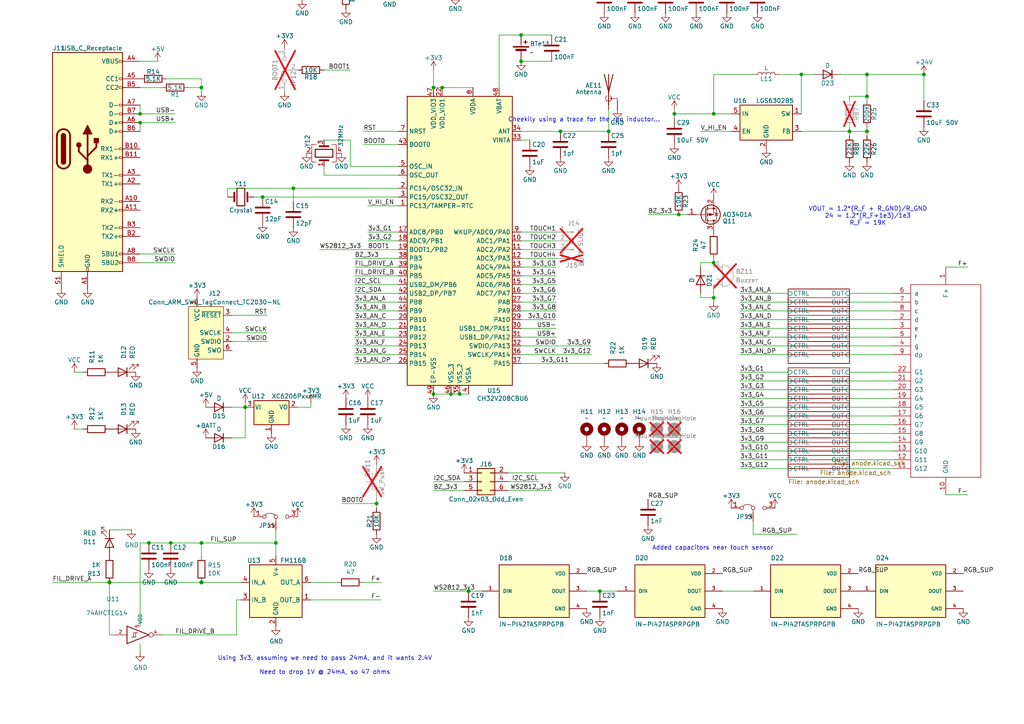
<source format=kicad_sch>
(kicad_sch (version 20231120) (generator "eeschema") (generator_version "8.0")
  (paper "A4")
  (junction (at 80.01 157.48))
  (junction (at 128.27 25.4))
  (junction (at 101.6 -10.16))
  (junction (at 151.13 17.78))
  (junction (at 43.18 157.48))
  (junction (at 71.12 118.11))
  (junction (at 85.09 54.61))
  (junction (at 40.64 33.02))
  (junction (at 195.58 33.02))
  (junction (at 246.38 38.1))
  (junction (at 76.2 57.15))
  (junction (at 40.64 35.56))
  (junction (at 135.89 171.45))
  (junction (at 207.01 76.2))
  (junction (at 267.97 21.59))
  (junction (at 207.01 86.36))
  (junction (at 251.46 21.59))
  (junction (at 125.73 114.3))
  (junction (at 176.53 38.1))
  (junction (at 207.01 33.02))
  (junction (at 31.75 168.91) (diameter 1.016))
  (junction (at 72.39 -31.75))
  (junction (at 173.99 171.45))
  (junction (at 251.46 38.1))
  (junction (at 87.63 -31.75))
  (junction (at 151.13 10.16))
  (junction (at 232.41 21.59))
  (junction (at 58.42 25.4))
  (junction (at 125.73 25.4))
  (junction (at 251.46 27.94))
  (junction (at 162.56 38.1))
  (junction (at 58.42 168.91) (diameter 1.016))
  (junction (at 109.22 146.05))
  (junction (at 130.81 114.3))
  (junction (at 58.42 157.48))
  (junction (at 196.85 62.23))
  (junction (at 133.35 114.3))
  (junction (at 49.53 157.48))
  (junction (at 80.01 -31.75))
  (wire (pts (xy 243.84 21.59) (xy 251.46 21.59)))
  (wire (pts (xy 80.01 157.48) (xy 80.01 161.29)))
  (wire (pts (xy 67.31 96.52) (xy 77.47 96.52)))
  (wire (pts (xy 203.2 76.2) (xy 207.01 76.2)))
  (wire (pts (xy 246.38 130.81) (xy 259.08 130.81)))
  (wire (pts (xy 73.66 57.15) (xy 76.2 57.15)))
  (wire (pts (xy 267.97 21.59) (xy 267.97 29.21)))
  (wire (pts (xy 251.46 27.94) (xy 251.46 29.21)))
  (wire (pts (xy 40.64 73.66) (xy 50.8 73.66)))
  (wire (pts (xy 85.09 54.61) (xy 85.09 58.42)))
  (wire (pts (xy 246.38 85.09) (xy 259.08 85.09)))
  (wire (pts (xy 102.87 92.71) (xy 115.57 92.71)))
  (wire (pts (xy 102.87 80.01) (xy 115.57 80.01)))
  (wire (pts (xy 246.38 113.03) (xy 259.08 113.03)))
  (wire (pts (xy 251.46 21.59) (xy 267.97 21.59)))
  (wire (pts (xy 246.38 115.57) (xy 259.08 115.57)))
  (wire (pts (xy 214.63 100.33) (xy 228.6 100.33)))
  (wire (pts (xy 173.99 171.45) (xy 170.18 171.45)))
  (wire (pts (xy 214.63 92.71) (xy 228.6 92.71)))
  (wire (pts (xy 151.13 100.33) (xy 171.45 100.33)))
  (wire (pts (xy 102.87 82.55) (xy 115.57 82.55)))
  (wire (pts (xy 63.5 -26.67) (xy 63.5 -31.75)))
  (wire (pts (xy 87.63 -31.75) (xy 87.63 -15.24)))
  (wire (pts (xy 151.13 105.41) (xy 175.26 105.41)))
  (wire (pts (xy 68.58 184.15) (xy 68.58 173.99)))
  (wire (pts (xy 109.22 146.05) (xy 109.22 147.32)))
  (wire (pts (xy 80.01 153.67) (xy 80.01 157.48)))
  (wire (pts (xy 214.63 110.49) (xy 228.6 110.49)))
  (wire (pts (xy 99.06 146.05) (xy 109.22 146.05)))
  (wire (pts (xy 151.13 17.78) (xy 160.02 17.78)))
  (wire (pts (xy 72.39 -31.75) (xy 80.01 -31.75)))
  (wire (pts (xy 246.38 38.1) (xy 246.38 39.37)))
  (wire (pts (xy 102.87 105.41) (xy 115.57 105.41)))
  (wire (pts (xy 71.12 127) (xy 67.31 127)))
  (wire (pts (xy 92.71 72.39) (xy 115.57 72.39)))
  (wire (pts (xy 209.55 171.45) (xy 218.44 171.45)))
  (wire (pts (xy 151.13 85.09) (xy 161.29 85.09)))
  (wire (pts (xy 246.38 27.94) (xy 251.46 27.94)))
  (wire (pts (xy 151.13 67.31) (xy 161.29 67.31)))
  (wire (pts (xy 203.2 77.47) (xy 203.2 76.2)))
  (wire (pts (xy 151.13 92.71) (xy 161.29 92.71)))
  (wire (pts (xy 102.87 97.79) (xy 115.57 97.79)))
  (wire (pts (xy 106.68 67.31) (xy 115.57 67.31)))
  (wire (pts (xy 130.81 114.3) (xy 133.35 114.3)))
  (wire (pts (xy 251.46 38.1) (xy 251.46 36.83)))
  (wire (pts (xy 102.87 95.25) (xy 115.57 95.25)))
  (wire (pts (xy 40.64 189.23) (xy 40.64 186.69)))
  (wire (pts (xy 40.64 33.02) (xy 40.64 30.48)))
  (wire (pts (xy 232.41 21.59) (xy 226.06 21.59)))
  (wire (pts (xy 246.38 100.33) (xy 259.08 100.33)))
  (wire (pts (xy 151.13 40.64) (xy 153.67 40.64)))
  (wire (pts (xy 214.63 85.09) (xy 228.6 85.09)))
  (wire (pts (xy 246.38 118.11) (xy 259.08 118.11)))
  (wire (pts (xy 203.2 86.36) (xy 207.01 86.36)))
  (wire (pts (xy 251.46 21.59) (xy 251.46 27.94)))
  (wire (pts (xy 147.32 139.7) (xy 156.21 139.7)))
  (wire (pts (xy 214.63 97.79) (xy 228.6 97.79)))
  (wire (pts (xy 246.38 38.1) (xy 251.46 38.1)))
  (wire (pts (xy 203.2 38.1) (xy 212.09 38.1)))
  (wire (pts (xy 151.13 77.47) (xy 161.29 77.47)))
  (wire (pts (xy 133.35 114.3) (xy 135.89 114.3)))
  (wire (pts (xy 135.89 171.45) (xy 139.7 171.45)))
  (wire (pts (xy 246.38 95.25) (xy 259.08 95.25)))
  (wire (pts (xy 214.63 115.57) (xy 228.6 115.57)))
  (wire (pts (xy 246.38 92.71) (xy 259.08 92.71)))
  (wire (pts (xy 40.64 157.48) (xy 40.64 181.61)))
  (wire (pts (xy 90.17 173.99) (xy 110.49 173.99)))
  (wire (pts (xy 195.58 33.02) (xy 195.58 31.75)))
  (wire (pts (xy 101.6 -10.16) (xy 113.03 -10.16)))
  (wire (pts (xy 207.01 77.47) (xy 207.01 76.2)))
  (wire (pts (xy 105.41 41.91) (xy 115.57 41.91)))
  (wire (pts (xy 151.13 102.87) (xy 171.45 102.87)))
  (wire (pts (xy 31.75 153.67) (xy 38.1 153.67)))
  (wire (pts (xy 102.87 77.47) (xy 115.57 77.47)))
  (wire (pts (xy 214.63 102.87) (xy 228.6 102.87)))
  (wire (pts (xy 187.96 62.23) (xy 196.85 62.23)))
  (wire (pts (xy 21.59 107.95) (xy 24.13 107.95)))
  (wire (pts (xy 218.44 21.59) (xy 207.01 21.59)))
  (wire (pts (xy 77.47 -5.08) (xy 63.5 -5.08)))
  (wire (pts (xy 102.87 85.09) (xy 115.57 85.09)))
  (wire (pts (xy 80.01 -31.75) (xy 87.63 -31.75)))
  (wire (pts (xy 71.12 116.84) (xy 71.12 118.11)))
  (wire (pts (xy 67.31 99.06) (xy 77.47 99.06)))
  (wire (pts (xy 72.39 -11.43) (xy 72.39 -10.16)))
  (wire (pts (xy 54.61 25.4) (xy 58.42 25.4)))
  (wire (pts (xy 144.78 10.16) (xy 144.78 25.4)))
  (wire (pts (xy 67.31 91.44) (xy 77.47 91.44)))
  (wire (pts (xy 232.41 33.02) (xy 232.41 21.59)))
  (wire (pts (xy 40.64 17.78) (xy 45.72 17.78)))
  (wire (pts (xy 207.01 33.02) (xy 195.58 33.02)))
  (wire (pts (xy 207.01 87.63) (xy 207.01 86.36)))
  (wire (pts (xy 125.73 171.45) (xy 135.89 171.45)))
  (wire (pts (xy 101.6 40.64) (xy 93.98 40.64)))
  (wire (pts (xy 251.46 38.1) (xy 251.46 39.37)))
  (wire (pts (xy 246.38 97.79) (xy 259.08 97.79)))
  (wire (pts (xy 246.38 29.21) (xy 246.38 27.94)))
  (wire (pts (xy 212.09 33.02) (xy 207.01 33.02)))
  (wire (pts (xy 85.09 54.61) (xy 66.04 54.61)))
  (wire (pts (xy 151.13 82.55) (xy 161.29 82.55)))
  (wire (pts (xy 85.09 54.61) (xy 115.57 54.61)))
  (wire (pts (xy 246.38 36.83) (xy 246.38 38.1)))
  (wire (pts (xy 102.87 100.33) (xy 115.57 100.33)))
  (wire (pts (xy 246.38 90.17) (xy 259.08 90.17)))
  (wire (pts (xy 246.38 128.27) (xy 259.08 128.27)))
  (wire (pts (xy 93.98 20.32) (xy 101.6 20.32)))
  (wire (pts (xy 151.13 97.79) (xy 161.29 97.79)))
  (wire (pts (xy 214.63 113.03) (xy 228.6 113.03)))
  (wire (pts (xy 274.32 143.51) (xy 280.67 143.51)))
  (wire (pts (xy 97.79 168.91) (xy 90.17 168.91)))
  (wire (pts (xy 246.38 87.63) (xy 259.08 87.63)))
  (wire (pts (xy 151.13 38.1) (xy 162.56 38.1)))
  (wire (pts (xy 144.78 10.16) (xy 151.13 10.16)))
  (wire (pts (xy 207.01 86.36) (xy 207.01 82.55)))
  (wire (pts (xy 125.73 20.32) (xy 125.73 25.4)))
  (wire (pts (xy 50.8 35.56) (xy 40.64 35.56)))
  (wire (pts (xy 214.63 90.17) (xy 228.6 90.17)))
  (wire (pts (xy 40.64 25.4) (xy 46.99 25.4)))
  (wire (pts (xy 109.22 144.78) (xy 109.22 146.05)))
  (wire (pts (xy 218.44 154.94) (xy 231.14 154.94)))
  (wire (pts (xy 90.17 118.11) (xy 86.36 118.11)))
  (wire (pts (xy 90.17 116.84) (xy 90.17 118.11)))
  (wire (pts (xy 214.63 118.11) (xy 228.6 118.11)))
  (wire (pts (xy 214.63 130.81) (xy 228.6 130.81)))
  (wire (pts (xy 115.57 38.1) (xy 105.41 38.1)))
  (wire (pts (xy 214.63 135.89) (xy 228.6 135.89)))
  (wire (pts (xy 246.38 110.49) (xy 259.08 110.49)))
  (wire (pts (xy 147.32 142.24) (xy 160.02 142.24)))
  (wire (pts (xy 125.73 142.24) (xy 134.62 142.24)))
  (wire (pts (xy 246.38 133.35) (xy 259.08 133.35)))
  (wire (pts (xy 67.31 118.11) (xy 71.12 118.11)))
  (wire (pts (xy 63.5 -31.75) (xy 72.39 -31.75)))
  (wire (pts (xy 162.56 38.1) (xy 176.53 38.1)))
  (wire (pts (xy 151.13 10.16) (xy 160.02 10.16)))
  (wire (pts (xy 49.53 157.48) (xy 58.42 157.48)))
  (wire (pts (xy 207.01 76.2) (xy 207.01 74.93)))
  (wire (pts (xy 214.63 95.25) (xy 228.6 95.25)))
  (wire (pts (xy 33.02 184.15) (xy 31.75 184.15)))
  (wire (pts (xy 151.13 95.25) (xy 161.29 95.25)))
  (wire (pts (xy 179.07 171.45) (xy 173.99 171.45)))
  (wire (pts (xy 246.38 123.19) (xy 259.08 123.19)))
  (wire (pts (xy 97.79 -10.16) (xy 101.6 -10.16)))
  (wire (pts (xy 246.38 135.89) (xy 259.08 135.89)))
  (wire (pts (xy 151.13 72.39) (xy 161.29 72.39)))
  (wire (pts (xy 195.58 33.02) (xy 195.58 34.29)))
  (wire (pts (xy 214.63 128.27) (xy 228.6 128.27)))
  (wire (pts (xy 58.42 26.67) (xy 58.42 25.4)))
  (wire (pts (xy 151.13 80.01) (xy 161.29 80.01)))
  (wire (pts (xy 58.42 168.91) (xy 69.85 168.91)))
  (wire (pts (xy 218.44 151.13) (xy 218.44 154.94)))
  (wire (pts (xy 15.24 168.91) (xy 31.75 168.91)))
  (wire (pts (xy 147.32 137.16) (xy 163.83 137.16)))
  (wire (pts (xy 151.13 74.93) (xy 161.29 74.93)))
  (wire (pts (xy 128.27 25.4) (xy 137.16 25.4)))
  (wire (pts (xy 232.41 38.1) (xy 246.38 38.1)))
  (wire (pts (xy 102.87 102.87) (xy 115.57 102.87)))
  (wire (pts (xy 105.41 168.91) (xy 110.49 168.91)))
  (wire (pts (xy 76.2 57.15) (xy 115.57 57.15)))
  (wire (pts (xy 214.63 123.19) (xy 228.6 123.19)))
  (wire (pts (xy 101.6 48.26) (xy 101.6 40.64)))
  (wire (pts (xy 102.87 74.93) (xy 115.57 74.93)))
  (wire (pts (xy 43.18 157.48) (xy 49.53 157.48)))
  (wire (pts (xy 214.63 125.73) (xy 228.6 125.73)))
  (wire (pts (xy 50.8 33.02) (xy 40.64 33.02)))
  (wire (pts (xy 203.2 85.09) (xy 203.2 86.36)))
  (wire (pts (xy 40.64 157.48) (xy 43.18 157.48)))
  (wire (pts (xy 102.87 90.17) (xy 115.57 90.17)))
  (wire (pts (xy 125.73 25.4) (xy 128.27 25.4)))
  (wire (pts (xy 58.42 25.4) (xy 58.42 22.86)))
  (wire (pts (xy 58.42 161.29) (xy 58.42 157.48)))
  (wire (pts (xy 63.5 -5.08) (xy 63.5 -11.43)))
  (wire (pts (xy 106.68 59.69) (xy 115.57 59.69)))
  (wire (pts (xy 115.57 48.26) (xy 101.6 48.26)))
  (wire (pts (xy 214.63 107.95) (xy 228.6 107.95)))
  (wire (pts (xy 68.58 173.99) (xy 69.85 173.99)))
  (wire (pts (xy 246.38 125.73) (xy 259.08 125.73)))
  (wire (pts (xy 93.98 50.8) (xy 115.57 50.8)))
  (wire (pts (xy 93.98 48.26) (xy 93.98 50.8)))
  (wire (pts (xy 280.67 77.47) (xy 274.32 77.47)))
  (wire (pts (xy 72.39 -10.16) (xy 77.47 -10.16)))
  (wire (pts (xy 31.75 184.15) (xy 31.75 168.91)))
  (wire (pts (xy 21.59 124.46) (xy 24.13 124.46)))
  (wire (pts (xy 125.73 114.3) (xy 130.81 114.3)))
  (wire (pts (xy 232.41 21.59) (xy 236.22 21.59)))
  (wire (pts (xy 46.99 184.15) (xy 68.58 184.15)))
  (wire (pts (xy 40.64 35.56) (xy 40.64 38.1)))
  (wire (pts (xy 97.79 -5.08) (xy 100.33 -5.08)))
  (wire (pts (xy 58.42 22.86) (xy 48.26 22.86)))
  (wire (pts (xy 196.85 62.23) (xy 199.39 62.23)))
  (wire (pts (xy 246.38 120.65) (xy 259.08 120.65)))
  (wire (pts (xy 246.38 107.95) (xy 259.08 107.95)))
  (wire (pts (xy 125.73 139.7) (xy 134.62 139.7)))
  (wire (pts (xy 214.63 133.35) (xy 228.6 133.35)))
  (wire (pts (xy 214.63 120.65) (xy 228.6 120.65)))
  (wire (pts (xy 207.01 21.59) (xy 207.01 33.02)))
  (wire (pts (xy 246.38 102.87) (xy 259.08 102.87)))
  (wire (pts (xy 87.63 -35.56) (xy 87.63 -31.75)))
  (wire (pts (xy 72.39 -26.67) (xy 72.39 -31.75)))
  (wire (pts (xy 66.04 54.61) (xy 66.04 57.15)))
  (wire (pts (xy 151.13 87.63) (xy 161.29 87.63)))
  (wire (pts (xy 151.13 69.85) (xy 161.29 69.85)))
  (wire (pts (xy 106.68 69.85) (xy 115.57 69.85)))
  (wire (pts (xy 176.53 31.75) (xy 176.53 38.1)))
  (wire (pts (xy 71.12 118.11) (xy 71.12 127)))
  (wire (pts (xy 40.64 76.2) (xy 50.8 76.2)))
  (wire (pts (xy 151.13 90.17) (xy 161.29 90.17)))
  (wire (pts (xy 214.63 87.63) (xy 228.6 87.63)))
  (wire (pts (xy 102.87 87.63) (xy 115.57 87.63)))
  (wire (pts (xy 58.42 157.48) (xy 80.01 157.48)))
  (wire (pts (xy 31.75 168.91) (xy 58.42 168.91)))
  (text "Added capacitors near touch sensor" (at 206.756 159.004 0) (effects (font (size 1.27 1.27))))
  (text "VOUT = 1.2*(R_F + R_GND)/R_GND\n24 = 1.2*(R_F+1e3)/1e3\nR_F = 19K" (at 251.714 62.738 0) (effects (font (size 1.27 1.27))))
  (text "Using 3v3, assuming we need to pass 24mA, and it wants 2.4V\n\nNeed to drop 1V @ 24mA, so 47 ohms" (at 94.234 193.04 0) (effects (font (size 1.27 1.27))))
  (text "Cheekily using a trace for the req inductor..." (at 169.418 34.798 0) (effects (font (size 1.27 1.27))))
  (label "BZ_3v3" (at 125.73 142.24 0))
  (label "3v3_AN_F" (at 102.87 100.33 0))
  (label "TOUCH1" (at 161.29 67.31 180))
  (label "3v3_G7" (at 161.29 87.63 180))
  (label "BOOT1" (at 106.68 72.39 0))
  (label "RST" (at 105.41 38.1 0))
  (label "USB+" (at 161.29 97.79 180))
  (label "SWCLK" (at 50.8 73.66 180))
  (label "3v3_G7" (at 214.63 123.19 0))
  (label "I2C_SCL" (at 102.87 82.55 0))
  (label "F-" (at 110.49 173.99 180))
  (label "3v3_G8" (at 161.29 90.17 180))
  (label "RGB_SUP" (at 209.55 166.37 0))
  (label "3v3_G1" (at 214.63 107.95 0))
  (label "SWDIO" (at 50.8 76.2 180))
  (label "3v3_AN_A" (at 102.87 87.63 0))
  (label "FIL_DRIVE_A" (at 102.87 77.47 0))
  (label "3v3_AN_G" (at 102.87 102.87 0))
  (label "3v3_AN_F" (at 214.63 97.79 0))
  (label "3v3_AN_G" (at 214.63 100.33 0))
  (label "RST" (at 77.47 91.44 180))
  (label "3v3_G9" (at 171.45 100.33 180))
  (label "3v3_G2" (at 106.68 69.85 0))
  (label "3v3_G10" (at 214.63 130.81 0))
  (label "SWDIO" (at 161.29 100.33 180))
  (label "3v3_G3" (at 161.29 77.47 180))
  (label "3v3_AN_B" (at 102.87 90.17 0))
  (label "3v3_AN_E" (at 102.87 97.79 0))
  (label "3v3_G5" (at 161.29 82.55 180))
  (label "RGB_SUP" (at 220.98 154.94 0))
  (label "3v3_G2" (at 214.63 110.49 0))
  (label "V_HI_EN" (at 106.68 59.69 0))
  (label "3v3_AN_C" (at 214.63 90.17 0))
  (label "WS2812_3v3" (at 125.73 171.45 0))
  (label "3v3_G9" (at 214.63 128.27 0))
  (label "BOOT1" (at 101.6 20.32 180))
  (label "I2C_SDA" (at 102.87 85.09 0))
  (label "3v3_G1" (at 106.68 67.31 0))
  (label "I2C_SDA" (at 125.73 139.7 0))
  (label "3v3_G6" (at 214.63 120.65 0))
  (label "TOUCH3" (at 161.29 72.39 180))
  (label "BOOT0" (at 99.06 146.05 0))
  (label "SWCLK" (at 161.29 102.87 180))
  (label "3v3_AN_A" (at 214.63 85.09 0))
  (label "3v3_AN_B" (at 214.63 87.63 0))
  (label "BOOT0" (at 105.41 41.91 0))
  (label "3v3_G11" (at 214.63 133.35 0))
  (label "SWDIO" (at 77.47 99.06 180))
  (label "F+" (at 110.49 168.91 180))
  (label "F+" (at 280.67 77.47 180))
  (label "TOUCH2" (at 161.29 69.85 180))
  (label "3v3_G4" (at 214.63 115.57 0))
  (label "BZ_3v3" (at 102.87 74.93 0))
  (label "RGB_SUP" (at 187.96 144.78 0))
  (label "WS2812_3v3" (at 160.02 142.24 180))
  (label "FIL_DRIVE_B" (at 102.87 80.01 0))
  (label "USB-" (at 50.8 33.02 180))
  (label "3v3_G10" (at 161.29 92.71 180))
  (label "USB+" (at 50.8 35.56 180))
  (label "FIL_DRIVE_B" (at 50.8 184.15 0))
  (label "3v3_G5" (at 214.63 118.11 0))
  (label "3v3_AN_DP" (at 102.87 105.41 0))
  (label "3v3_AN_D" (at 102.87 95.25 0))
  (label "3v3_G12" (at 214.63 135.89 0))
  (label "RGB_SUP" (at 248.92 166.37 0))
  (label "F-" (at 280.67 143.51 180))
  (label "I2C_SCL" (at 156.21 139.7 180))
  (label "RGB_SUP" (at 279.4 166.37 0))
  (label "SWCLK" (at 77.47 96.52 180))
  (label "3v3_G8" (at 214.63 125.73 0))
  (label "3v3_G3" (at 214.63 113.03 0))
  (label "RGB_SUP" (at 170.18 166.37 0))
  (label "TOUCH4" (at 161.29 74.93 180))
  (label "3v3_G6" (at 161.29 85.09 180))
  (label "3v3_G11" (at 165.1 105.41 180))
  (label "3v3_AN_DP" (at 214.63 102.87 0))
  (label "3v3_AN_E" (at 214.63 95.25 0))
  (label "3v3_AN_D" (at 214.63 92.71 0))
  (label "3v3_G12" (at 171.45 102.87 180))
  (label "3v3_G4" (at 161.29 80.01 180))
  (label "V_HI_EN" (at 203.2 38.1 0))
  (label "FIL_SUP" (at 60.96 157.48 0))
  (label "WS2812_3v3" (at 92.71 72.39 0))
  (label "BZ_3v3" (at 187.96 62.23 0))
  (label "USB-" (at 161.29 95.25 180))
  (label "FIL_DRIVE_A" (at 15.24 168.91 0))
  (label "3v3_AN_C" (at 102.87 92.71 0))
  (symbol (lib_id "power:+3V3") (at 100.33 115.57 0) (unit 1)
    (property "Reference" "#PWR043" (effects (hide yes)))
    (property "Value" "+3V3" (at 100.33 112.014 0))
    (property "Description" "Power symbol creates a global label with name \"+3V3\"" (effects (hide yes)))
  )
  (symbol (lib_id "Mechanical:MountingHole") (at 190.5 124.46 0) (unit 1) (exclude_from_sim yes) (in_bom no) (dnp yes)
    (property "Reference" "H15" (at 190.5 119.38 0))
    (property "Value" "MountingHole" (at 190.5 121.285 0))
    (property "Footprint" "MountingHole:MountingHole_2.2mm_M2" (effects (hide yes)))
    (property "Description" "Mounting Hole without connection" (effects (hide yes)))
  )
  (symbol (lib_id "Device:Battery") (at 132.08 -6.35 0) (unit 1) (dnp yes)
    (property "Reference" "BT11" (at 134.62 -8.89 0) (effects (justify left)))
    (property "Value" "Battery" (at 134.62 -6.35 0) (effects (justify left)))
    (property "Footprint" "Battery:BatteryHolder_Keystone_1042_1x18650" (effects (hide yes)))
    (property "Description" "Multiple-cell battery" (effects (hide yes)))
  )
  (symbol (lib_id "power:+5V") (at 59.69 118.11 0) (unit 1)
    (property "Reference" "#PWR025" (effects (hide yes)))
    (property "Value" "+5V" (at 59.69 114.554 0))
    (property "Description" "Power symbol creates a global label with name \"+5V\"" (effects (hide yes)))
  )
  (symbol (lib_id "Device:R") (at 246.38 33.02 0) (unit 1) (dnp yes)
    (property "Reference" "R87" (at 248.412 33.02 90))
    (property "Value" "DNP" (at 246.38 33.02 90))
    (property "Footprint" "Resistor_SMD:R_0402_1005Metric" (effects (hide yes)))
    (property "Description" "Resistor" (effects (hide yes)))
  )
  (symbol (lib_id "Device:C") (at 80.01 -27.94 0) (unit 1)
    (property "Reference" "C13" (at 80.645 -30.48 0) (effects (justify left)))
    (property "Value" "10uF 50V" (at 80.645 -25.4 0) (effects (justify left)))
    (property "Footprint" "Capacitor_SMD:C_0805_2012Metric" (effects (hide yes)))
    (property "Description" "Unpolarized capacitor" (effects (hide yes)))
    (property "LCSC" "C440198" (effects (hide yes)))
  )
  (symbol (lib_id "Device:R") (at 179.07 105.41 90) (unit 1)
    (property "Reference" "R22" (at 177.7999 102.87 0) (effects (justify left)))
    (property "Value" "1K" (at 180.3399 102.87 0) (effects (justify left)))
    (property "Footprint" "Resistor_SMD:R_0402_1005Metric" (effects (hide yes)))
    (property "Description" "Resistor" (effects (hide yes)))
    (property "LCSC" "C11702" (effects (hide yes)))
  )
  (symbol (lib_id "Device:C") (at 43.18 161.29 0) (unit 1)
    (property "Reference" "C11" (at 43.815 158.75 0) (effects (justify left)))
    (property "Value" "100nF" (at 43.815 163.83 0) (effects (justify left)))
    (property "Footprint" "Capacitor_SMD:C_0402_1005Metric" (effects (hide yes)))
    (property "Description" "Unpolarized capacitor" (effects (hide yes)))
    (property "LCSC" "C307331" (effects (hide yes)))
  )
  (symbol (lib_id "Device:R") (at 196.85 58.42 0) (unit 1)
    (property "Reference" "R23" (at 198.882 58.42 90))
    (property "Value" "10K" (at 196.85 58.42 90))
    (property "Footprint" "Resistor_SMD:R_0402_1005Metric" (effects (hide yes)))
    (property "Description" "Resistor" (effects (hide yes)))
    (property "LCSC" "C25744" (effects (hide yes)))
  )
  (symbol (lib_id "Mechanical:MountingHole") (at 195.58 124.46 0) (unit 1) (exclude_from_sim yes) (in_bom no) (dnp yes)
    (property "Reference" "H16" (at 195.58 119.38 0))
    (property "Value" "MountingHole" (at 195.58 121.285 0))
    (property "Footprint" "MountingHole:MountingHole_2.2mm_M2" (effects (hide yes)))
    (property "Description" "Mounting Hole without connection" (effects (hide yes)))
  )
  (symbol (lib_id "Battery_Management:TP4057") (at 87.63 -7.62 0) (unit 1)
    (property "Reference" "U14" (at 81.28 -14.224 0))
    (property "Value" "TP4057" (at 89.154 -14.224 0) (effects (justify left)))
    (property "Footprint" "Package_TO_SOT_SMD:TSOT-23-6" (effects (hide yes)))
    (property "Datasheet" "http://toppwr.com/uploadfile/file/20230304/640302a47b738.pdf" (effects (hide yes)))
    (property "Description" "Constant-current/constant-voltage linear charger for single cell lithium-ion batteries with 2.9V Trickle Charge, 4.5V to 6.5V VDD, -40 to +85 degree Celsius, TSOT-23-5" (effects (hide yes)))
    (property "LCSC" "C12044" (effects (hide yes)))
  )
  (symbol (lib_id "power:GND") (at 207.01 87.63 0) (unit 1)
    (property "Reference" "#PWR085" (effects (hide yes)))
    (property "Value" "GND" (at 207.01 91.44 0))
    (property "Description" "Power symbol creates a global label with name \"GND\" , ground" (effects (hide yes)))
  )
  (symbol (lib_id "power:GND") (at 185.42 128.27 0) (unit 1)
    (property "Reference" "#PWR073" (effects (hide yes)))
    (property "Value" "GND" (at 185.42 132.08 0))
    (property "Description" "Power symbol creates a global label with name \"GND\" , ground" (effects (hide yes)))
  )
  (symbol (lib_id "power:GND") (at 106.68 123.19 0) (unit 1)
    (property "Reference" "#PWR047" (effects (hide yes)))
    (property "Value" "GND" (at 106.68 127 0))
    (property "Description" "Power symbol creates a global label with name \"GND\" , ground" (effects (hide yes)))
  )
  (symbol (lib_id "power:GND") (at 176.53 45.72 0) (unit 1)
    (property "Reference" "#PWR068" (effects (hide yes)))
    (property "Value" "GND" (at 176.53 49.53 0))
    (property "Description" "Power symbol creates a global label with name \"GND\" , ground" (effects (hide yes)))
  )
  (symbol (lib_id "wch_mcu:CH32V208CBU6") (at 130.81 63.5 0) (unit 1)
    (property "Reference" "U15" (at 143.256 113.284 0))
    (property "Value" "CH32V208CBU6" (at 145.796 115.57 0))
    (property "Footprint" "Package_DFN_QFN:QFN-48-1EP_5x5mm_P0.35mm_EP3.7x3.7mm" (effects (hide yes)))
    (property "Datasheet" "https://www.wch-ic.com/downloads/CH32V208DS0_PDF.html" (effects (hide yes)))
    (property "Description" "RISC-V BLE5.3 MCU, 2*USB, CAN" (effects (hide yes)))
    (property "LCSC" "C5713556" (effects (hide yes)))
  )
  (symbol (lib_id "Device:C") (at 219.71 0 0) (unit 1)
    (property "Reference" "C32" (at 220.345 -2.54 0) (effects (justify left)))
    (property "Value" "100nF" (at 220.345 2.54 0) (effects (justify left)))
    (property "Footprint" "Capacitor_SMD:C_0402_1005Metric" (effects (hide yes)))
    (property "Description" "Unpolarized capacitor" (effects (hide yes)))
    (property "LCSC" "C307331" (effects (hide yes)))
  )
  (symbol (lib_id "Connector:Conn_01x01_Pin") (at 166.37 74.93 0) (mirror y) (unit 1) (dnp yes)
    (property "Reference" "J15" (at 165.862 76.962 0))
    (property "Value" "BUTT" (at 168.656 74.93 90))
    (property "Footprint" "VFDSAO_touch:touchButton" (effects (hide yes)))
    (property "Description" "Generic connector, single row, 01x01, script generated" (effects (hide yes)))
  )
  (symbol (lib_id "Device:Antenna_Shield") (at 176.53 26.67 0) (unit 1)
    (property "Reference" "AE11" (at 174.625 24.765 0) (effects (justify right)))
    (property "Value" "Antenna" (at 174.625 26.67 0) (effects (justify right)))
    (property "Footprint" "modAntenna:Texas_SWRA117Dmodified" (effects (hide yes)))
    (property "Description" "Antenna with extra pin for shielding" (effects (hide yes)))
  )
  (symbol (lib_id "power:GND") (at 153.67 48.26 0) (unit 1)
    (property "Reference" "#PWR059" (effects (hide yes)))
    (property "Value" "GND" (at 153.67 52.07 0))
    (property "Description" "Power symbol creates a global label with name \"GND\" , ground" (effects (hide yes)))
  )
  (symbol (lib_id "Regulator_Linear:XC6206PxxxMR") (at 78.74 118.11 0) (unit 1)
    (property "Reference" "U12" (at 74.93 114.935 0))
    (property "Value" "XC6206PxxxMR" (at 78.74 114.935 0) (effects (justify left)))
    (property "Footprint" "Package_TO_SOT_SMD:SOT-23-3" (effects (hide yes)))
    (property "Datasheet" "https://www.torexsemi.com/file/xc6206/XC6206.pdf" (effects (hide yes)))
    (property "Description" "Positive 60-250mA Low Dropout Regulator, Fixed Output, SOT-23" (effects (hide yes)))
    (property "LCSC" "C5446" (effects (hide yes)))
  )
  (symbol (lib_id "Device:C") (at 176.53 41.91 0) (unit 1)
    (property "Reference" "C25" (at 177.165 39.37 0) (effects (justify left)))
    (property "Value" "1pf" (at 177.165 44.45 0) (effects (justify left)))
    (property "Footprint" "Capacitor_SMD:C_0402_1005Metric" (effects (hide yes)))
    (property "Description" "Unpolarized capacitor" (effects (hide yes)))
    (property "LCSC" "C1550" (effects (hide yes)))
  )
  (symbol (lib_id "Device:Buzzer") (at 209.55 80.01 0) (unit 1) (dnp yes)
    (property "Reference" "BZ11" (at 213.36 78.74 0) (effects (justify left)))
    (property "Value" "Buzzer" (at 213.36 81.28 0) (effects (justify left)))
    (property "Footprint" "9032Buzzer:9032" (effects (hide yes)))
    (property "Description" "Buzzer, polarized" (effects (hide yes)))
  )
  (symbol (lib_id "power:GND") (at 187.96 152.4 0) (unit 1)
    (property "Reference" "#PWR075" (effects (hide yes)))
    (property "Value" "GND" (at 187.96 156.21 0))
    (property "Description" "Power symbol creates a global label with name \"GND\" , ground" (effects (hide yes)))
  )
  (symbol (lib_id "Device:C") (at 153.67 44.45 0) (unit 1)
    (property "Reference" "C20" (at 154.305 41.91 0) (effects (justify left)))
    (property "Value" "1uF" (at 154.305 46.99 0) (effects (justify left)))
    (property "Footprint" "Capacitor_SMD:C_0402_1005Metric" (effects (hide yes)))
    (property "Description" "Unpolarized capacitor" (effects (hide yes)))
    (property "LCSC" "C52923" (effects (hide yes)))
  )
  (symbol (lib_id "Device:C") (at 267.97 33.02 0) (unit 1)
    (property "Reference" "C33" (at 268.605 30.48 0) (effects (justify left)))
    (property "Value" "10uF 50V" (at 268.605 35.56 0) (effects (justify left)))
    (property "Footprint" "Capacitor_SMD:C_0805_2012Metric" (effects (hide yes)))
    (property "Description" "Unpolarized capacitor" (effects (hide yes)))
    (property "LCSC" "C440198" (effects (hide yes)))
  )
  (symbol (lib_id "power:GND") (at 38.1 153.67 0) (unit 1)
    (property "Reference" "#PWR015" (effects (hide yes)))
    (property "Value" "GND" (at 38.227 158.0642 0))
  )
  (symbol (lib_id "FM116:FM116B") (at 80.01 171.45 0) (unit 1)
    (property "Reference" "U13" (at 73.66 162.56 0))
    (property "Value" "FM116B" (at 85.09 162.56 0))
    (property "Footprint" "Package_TO_SOT_SMD:SOT-23-6" (effects (hide yes)))
    (property "Datasheet" "https://datasheet.lcsc.com/szlcsc/Shenzhen-Fuman-Elec-FM116B_C190601.pdf" (effects (hide yes)))
    (property "LCSC" "C2802264" (effects (hide yes)))
  )
  (symbol (lib_id "Device:C") (at 49.53 161.29 0) (unit 1)
    (property "Reference" "C12" (at 50.165 158.75 0) (effects (justify left)))
    (property "Value" "100nF" (at 50.165 163.83 0) (effects (justify left)))
    (property "Footprint" "Capacitor_SMD:C_0402_1005Metric" (effects (hide yes)))
    (property "Description" "Unpolarized capacitor" (effects (hide yes)))
    (property "LCSC" "C307331" (effects (hide yes)))
  )
  (symbol (lib_id "Device:D") (at 240.03 21.59 180) (unit 1)
    (property "Reference" "D23" (at 240.03 24.13 0))
    (property "Value" "D" (at 240.03 19.05 0))
    (property "Footprint" "Diode_SMD:D_SOD-123" (effects (hide yes)))
    (property "Description" "Diode" (effects (hide yes)))
    (property "Sim.Device" "D" (effects (hide yes)))
    (property "Sim.Pins" "1=K 2=A" (effects (hide yes)))
    (property "LCSC" "C8598" (effects (hide yes)))
  )
  (symbol (lib_id "Switch:SW_Push") (at 109.22 139.7 90) (unit 1) (dnp yes)
    (property "Reference" "SW11" (at 106.68 138.43 0) (effects (justify left)))
    (property "Value" "SW_Push" (at 110.744 139.7 0))
    (property "Footprint" "Button_Switch_SMD:SW_Push_1P1T_NO_6x6mm_H9.5mm" (effects (hide yes)))
    (property "Description" "Push button switch, generic, two pins" (effects (hide yes)))
  )
  (symbol (lib_id "IN-PI42TASPRPGPB:IN-PI42TASPRPGPB") (at 194.31 171.45 0) (unit 1)
    (property "Reference" "D20" (at 184.15 162.56 0) (effects (justify left bottom)))
    (property "Value" "IN-PI42TASPRPGPB" (at 184.15 180.34 0) (effects (justify left top)))
    (property "Footprint" "ledra:LED_IN-PI42TASPRPGPB" (effects (hide yes)))
    (property "PARTREV" "Oct. 10, 2021" (effects (hide yes)))
    (property "STANDARD" "Manufacturer Recommendations" (effects (hide yes)))
    (property "SNAPEDA_PN" "IN-PI42TASPRPGPB" (effects (hide yes)))
    (property "MAXIMUM_PACKAGE_HEIGHT" "2.05 mm" (effects (hide yes)))
    (property "MANUFACTURER" "Inolux" (effects (hide yes)))
    (property "LCSC" "C524054" (effects (hide yes)))
  )
  (symbol (lib_id "power:GND") (at 251.46 46.99 0) (unit 1)
    (property "Reference" "#PWR095" (effects (hide yes)))
    (property "Value" "GND" (at 251.46 50.8 0))
    (property "Description" "Power symbol creates a global label with name \"GND\" , ground" (effects (hide yes)))
  )
  (symbol (lib_id "power:GND") (at 39.37 107.95 0) (unit 1)
    (property "Reference" "#PWR016" (effects (hide yes)))
    (property "Value" "GND" (at 39.37 111.76 0))
    (property "Description" "Power symbol creates a global label with name \"GND\" , ground" (effects (hide yes)))
  )
  (symbol (lib_id "power:GND") (at 248.92 176.53 0) (unit 1)
    (property "Reference" "#PWR094" (effects (hide yes)))
    (property "Value" "GND" (at 248.92 180.34 0))
    (property "Description" "Power symbol creates a global label with name \"GND\" , ground" (effects (hide yes)))
  )
  (symbol (lib_id "power:GND") (at 58.42 26.67 0) (unit 1)
    (property "Reference" "#PWR024" (effects (hide yes)))
    (property "Value" "GND" (at 58.42 30.48 0))
    (property "Description" "Power symbol creates a global label with name \"GND\" , ground" (effects (hide yes)))
  )
  (symbol (lib_id "Device:R") (at 109.22 151.13 180) (unit 1)
    (property "Reference" "R21" (at 107.188 151.13 90))
    (property "Value" "10K" (at 109.22 151.13 90))
    (property "Footprint" "Resistor_SMD:R_0402_1005Metric" (effects (hide yes)))
    (property "Description" "Resistor" (effects (hide yes)))
    (property "LCSC" "C25744" (effects (hide yes)))
  )
  (symbol (lib_id "Device:C") (at 76.2 60.96 0) (unit 1)
    (property "Reference" "C14" (at 76.835 58.42 0) (effects (justify left)))
    (property "Value" "12pF" (at 76.835 63.5 0) (effects (justify left)))
    (property "Footprint" "Capacitor_SMD:C_0402_1005Metric" (effects (hide yes)))
    (property "Description" "Unpolarized capacitor" (effects (hide yes)))
    (property "LCSC" "C1547" (effects (hide yes)))
  )
  (symbol (lib_id "power:GND") (at 170.18 128.27 0) (unit 1)
    (property "Reference" "#PWR061" (effects (hide yes)))
    (property "Value" "GND" (at 170.18 132.08 0))
    (property "Description" "Power symbol creates a global label with name \"GND\" , ground" (effects (hide yes)))
  )
  (symbol (lib_id "Device:LED") (at 63.5 -15.24 90) (unit 1)
    (property "Reference" "D14" (at 60.96 -15.24 0))
    (property "Value" "GREEN" (at 66.04 -15.24 0))
    (property "Footprint" "LED_SMD:LED_0805_2012Metric" (effects (hide yes)))
    (property "Description" "Light emitting diode" (effects (hide yes)))
    (property "LCSC" "C2297" (effects (hide yes)))
  )
  (symbol (lib_id "Mechanical:MountingHole_Pad") (at 170.18 125.73 0) (unit 1) (exclude_from_sim yes) (in_bom no)
    (property "Reference" "H11" (at 170.18 119.38 0))
    (property "Value" "~" (at 170.18 121.285 0))
    (property "Footprint" "M2.5SMTNut:m2.5SMT" (effects (hide yes)))
    (property "Description" "Mounting Hole with connection" (effects (hide yes)))
  )
  (symbol (lib_id "Device:C") (at 193.04 0 0) (unit 1)
    (property "Reference" "C28" (at 193.675 -2.54 0) (effects (justify left)))
    (property "Value" "100nF" (at 193.675 2.54 0) (effects (justify left)))
    (property "Footprint" "Capacitor_SMD:C_0402_1005Metric" (effects (hide yes)))
    (property "Description" "Unpolarized capacitor" (effects (hide yes)))
    (property "LCSC" "C307331" (effects (hide yes)))
  )
  (symbol (lib_id "Device:C") (at 135.89 175.26 0) (unit 1)
    (property "Reference" "C19" (at 136.525 172.72 0) (effects (justify left)))
    (property "Value" "1nF" (at 136.525 177.8 0) (effects (justify left)))
    (property "Footprint" "Capacitor_SMD:C_0402_1005Metric" (effects (hide yes)))
    (property "Description" "Unpolarized capacitor" (effects (hide yes)))
    (property "LCSC" "C1523" (effects (hide yes)))
  )
  (symbol (lib_id "power:+3V3") (at 175.26 -3.81 0) (unit 1)
    (property "Reference" "#PWR065" (effects (hide yes)))
    (property "Value" "+3V3" (at 175.26 -7.366 0))
    (property "Description" "Power symbol creates a global label with name \"+3V3\"" (effects (hide yes)))
  )
  (symbol (lib_id "power:VCC") (at 224.79 147.32 0) (unit 1)
    (property "Reference" "#PWR0181" (effects (hide yes)))
    (property "Value" "VCC" (at 224.79 143.764 0))
    (property "Description" "Power symbol creates a global label with name \"VCC\"" (effects (hide yes)))
  )
  (symbol (lib_id "power:GND") (at 179.07 31.75 0) (unit 1)
    (property "Reference" "#PWR069" (effects (hide yes)))
    (property "Value" "GND" (at 179.07 35.56 0))
    (property "Description" "Power symbol creates a global label with name \"GND\" , ground" (effects (hide yes)))
  )
  (symbol (lib_id "Device:D") (at 63.5 127 180) (unit 1)
    (property "Reference" "D16" (at 63.5 129.54 0))
    (property "Value" "D" (at 63.5 124.46 0))
    (property "Footprint" "Diode_SMD:D_SOD-123" (effects (hide yes)))
    (property "Description" "Diode" (effects (hide yes)))
    (property "Sim.Device" "D" (effects (hide yes)))
    (property "Sim.Pins" "1=K 2=A" (effects (hide yes)))
    (property "LCSC" "C8598" (effects (hide yes)))
  )
  (symbol (lib_id "power:GND") (at 85.09 66.04 0) (unit 1)
    (property "Reference" "#PWR042" (effects (hide yes)))
    (property "Value" "GND" (at 85.09 69.85 0))
    (property "Description" "Power symbol creates a global label with name \"GND\" , ground" (effects (hide yes)))
  )
  (symbol (lib_id "Device:R") (at 100.33 -1.27 0) (unit 1)
    (property "Reference" "R19" (at 102.362 -1.27 90))
    (property "Value" "2K" (at 100.33 -1.27 90))
    (property "Footprint" "Resistor_SMD:R_0402_1005Metric" (effects (hide yes)))
    (property "Description" "Resistor" (effects (hide yes)))
    (property "LCSC" "C4109" (effects (hide yes)))
  )
  (symbol (lib_id "Device:R") (at 207.01 71.12 0) (unit 1)
    (property "Reference" "R24" (at 201.7522 71.12 90))
    (property "Value" "47" (at 204.0636 71.12 90))
    (property "Footprint" "Resistor_SMD:R_0402_1005Metric" (effects (hide yes)))
    (property "LCSC" "C1096" (effects (hide yes)))
  )
  (symbol (lib_id "Jumper:Jumper_3_Bridged12") (at 80.01 149.86 0) (unit 1) (exclude_from_sim yes) (in_bom no)
    (property "Reference" "JP11" (at 77.47 152.4 0))
    (property "Value" "Jumper_3_Bridged12" (effects (hide yes)))
    (property "Footprint" "Jumper:SolderJumper-3_P1.3mm_Bridged12_Pad1.0x1.5mm" (effects (hide yes)))
    (property "Description" "Jumper, 3-pole, pins 1+2 closed/bridged" (effects (hide yes)))
  )
  (symbol (lib_id "power:GND") (at 40.64 189.23 0) (unit 1)
    (property "Reference" "#PWR018" (effects (hide yes)))
    (property "Value" "GND" (at 40.767 193.6242 0))
  )
  (symbol (lib_id "power:VCC") (at 21.59 107.95 0) (unit 1)
    (property "Reference" "#PWR012" (effects (hide yes)))
    (property "Value" "VCC" (at 21.59 104.394 0))
    (property "Description" "Power symbol creates a global label with name \"VCC\"" (effects (hide yes)))
  )
  (symbol (lib_id "Device:R") (at 246.38 43.18 0) (unit 1)
    (property "Reference" "R88" (at 248.412 43.18 90))
    (property "Value" "22K" (at 246.38 43.18 90))
    (property "Footprint" "Resistor_SMD:R_0402_1005Metric" (effects (hide yes)))
    (property "Description" "Resistor" (effects (hide yes)))
    (property "LCSC" "C25768" (effects (hide yes)))
  )
  (symbol (lib_id "power:GND") (at 209.55 176.53 0) (unit 1)
    (property "Reference" "#PWR087" (effects (hide yes)))
    (property "Value" "GND" (at 209.55 180.34 0))
    (property "Description" "Power symbol creates a global label with name \"GND\" , ground" (effects (hide yes)))
  )
  (symbol (lib_id "power:+3V3") (at 134.62 137.16 0) (unit 1)
    (property "Reference" "#PWR053" (effects (hide yes)))
    (property "Value" "+3V3" (at 134.62 133.604 0))
    (property "Description" "Power symbol creates a global label with name \"+3V3\"" (effects (hide yes)))
  )
  (symbol (lib_id "power:GND") (at 195.58 41.91 0) (unit 1)
    (property "Reference" "#PWR080" (effects (hide yes)))
    (property "Value" "GND" (at 195.58 45.72 0))
    (property "Description" "Power symbol creates a global label with name \"GND\" , ground" (effects (hide yes)))
  )
  (symbol (lib_id "power:GND") (at 82.55 26.67 0) (unit 1)
    (property "Reference" "#PWR033" (effects (hide yes)))
    (property "Value" "GND" (at 82.55 30.48 0))
    (property "Description" "Power symbol creates a global label with name \"GND\" , ground" (effects (hide yes)))
  )
  (symbol (lib_id "Device:R") (at 101.6 168.91 270) (unit 1)
    (property "Reference" "R20" (at 101.6 163.6522 90))
    (property "Value" "47" (at 101.6 165.9636 90))
    (property "Footprint" "Resistor_SMD:R_0402_1005Metric" (effects (hide yes)))
    (property "LCSC" "C1096" (effects (hide yes)))
  )
  (symbol (lib_id "power:GND") (at 49.53 165.1 0) (unit 1)
    (property "Reference" "#PWR021" (effects (hide yes)))
    (property "Value" "GND" (at 49.53 168.91 0))
    (property "Description" "Power symbol creates a global label with name \"GND\" , ground" (effects (hide yes)))
  )
  (symbol (lib_id "Mechanical:MountingHole_Pad") (at 180.34 125.73 0) (unit 1) (exclude_from_sim yes) (in_bom no)
    (property "Reference" "H13" (at 180.34 119.38 0))
    (property "Value" "~" (at 180.34 121.285 0))
    (property "Footprint" "M2.5SMTNut:m2.5SMT" (effects (hide yes)))
    (property "Description" "Mounting Hole with connection" (effects (hide yes)))
  )
  (symbol (lib_id "power:GND") (at 279.4 176.53 0) (unit 1)
    (property "Reference" "#PWR099" (effects (hide yes)))
    (property "Value" "GND" (at 279.4 180.34 0))
    (property "Description" "Power symbol creates a global label with name \"GND\" , ground" (effects (hide yes)))
  )
  (symbol (lib_id "Device:C") (at 184.15 0 0) (unit 1)
    (property "Reference" "C26" (at 184.785 -2.54 0) (effects (justify left)))
    (property "Value" "100nF" (at 184.785 2.54 0) (effects (justify left)))
    (property "Footprint" "Capacitor_SMD:C_0402_1005Metric" (effects (hide yes)))
    (property "Description" "Unpolarized capacitor" (effects (hide yes)))
    (property "LCSC" "C307331" (effects (hide yes)))
  )
  (symbol (lib_id "Device:R") (at 251.46 33.02 0) (unit 1)
    (property "Reference" "R25" (at 253.492 33.02 90))
    (property "Value" "200K" (at 251.46 33.02 90))
    (property "Footprint" "Resistor_SMD:R_0402_1005Metric" (effects (hide yes)))
    (property "Description" "Resistor" (effects (hide yes)))
    (property "LCSC" "C25764" (effects (hide yes)))
  )
  (symbol (lib_id "power:GND") (at 267.97 36.83 0) (unit 1)
    (property "Reference" "#PWR097" (effects (hide yes)))
    (property "Value" "GND" (at 267.97 40.64 0))
    (property "Description" "Power symbol creates a global label with name \"GND\" , ground" (effects (hide yes)))
  )
  (symbol (lib_id "Jumper:Jumper_3_Bridged12") (at 82.55 20.32 90) (unit 1) (exclude_from_sim yes) (in_bom no) (dnp yes)
    (property "Reference" "JP12" (at 85.09 22.86 0))
    (property "Value" "BOOT1" (at 79.756 20.32 0))
    (property "Footprint" "Jumper:SolderJumper-3_P1.3mm_Bridged12_Pad1.0x1.5mm" (effects (hide yes)))
    (property "Description" "Jumper, 3-pole, pins 1+2 closed/bridged" (effects (hide yes)))
  )
  (symbol (lib_id "power:VCC") (at 207.01 57.15 0) (unit 1)
    (property "Reference" "#PWR084" (effects (hide yes)))
    (property "Value" "VCC" (at 207.01 53.594 0))
    (property "Description" "Power symbol creates a global label with name \"VCC\"" (effects (hide yes)))
  )
  (symbol (lib_id "power:GND") (at 175.26 128.27 0) (unit 1)
    (property "Reference" "#PWR067" (effects (hide yes)))
    (property "Value" "GND" (at 175.26 132.08 0))
    (property "Description" "Power symbol creates a global label with name \"GND\" , ground" (effects (hide yes)))
  )
  (symbol (lib_id "Device:C") (at 85.09 62.23 0) (unit 1)
    (property "Reference" "C15" (at 85.725 59.69 0) (effects (justify left)))
    (property "Value" "12pF" (at 85.725 64.77 0) (effects (justify left)))
    (property "Footprint" "Capacitor_SMD:C_0402_1005Metric" (effects (hide yes)))
    (property "Description" "Unpolarized capacitor" (effects (hide yes)))
    (property "LCSC" "C1547" (effects (hide yes)))
  )
  (symbol (lib_id "Device:R") (at 27.94 124.46 90) (unit 1)
    (property "Reference" "R12" (at 26.6699 121.92 0) (effects (justify left)))
    (property "Value" "1K" (at 29.2099 121.92 0) (effects (justify left)))
    (property "Footprint" "Resistor_SMD:R_0402_1005Metric" (effects (hide yes)))
    (property "Description" "Resistor" (effects (hide yes)))
    (property "LCSC" "C11702" (effects (hide yes)))
  )
  (symbol (lib_id "Device:C") (at 187.96 148.59 0) (unit 1)
    (property "Reference" "C27" (at 188.595 146.05 0) (effects (justify left)))
    (property "Value" "1nF" (at 188.595 151.13 0) (effects (justify left)))
    (property "Footprint" "Capacitor_SMD:C_0402_1005Metric" (effects (hide yes)))
    (property "Description" "Unpolarized capacitor" (effects (hide yes)))
    (property "LCSC" "C1523" (effects (hide yes)))
  )
  (symbol (lib_id "power:+BATT") (at 132.08 -11.43 0) (unit 1)
    (property "Reference" "#PWR055" (effects (hide yes)))
    (property "Value" "+BATT" (at 132.08 -14.986 0))
    (property "Description" "Power symbol creates a global label with name \"+BATT\"" (effects (hide yes)))
  )
  (symbol (lib_id "Device:Crystal") (at 69.85 57.15 0) (unit 1)
    (property "Reference" "Y11" (at 69.85 53.34 0))
    (property "Value" "Crystal" (at 69.85 60.96 0))
    (property "Footprint" "Crystal:Crystal_SMD_3215-2Pin_3.2x1.5mm" (effects (hide yes)))
    (property "Description" "Two pin crystal" (effects (hide yes)))
    (property "LCSC" "C32346" (effects (hide yes)))
  )
  (symbol (lib_id "power:GND") (at 88.9 44.45 0) (unit 1)
    (property "Reference" "#PWR037" (effects (hide yes)))
    (property "Value" "GND" (at 88.9 48.26 0))
    (property "Description" "Power symbol creates a global label with name \"GND\" , ground" (effects (hide yes)))
  )
  (symbol (lib_id "power:GND") (at 76.2 64.77 0) (unit 1)
    (property "Reference" "#PWR039" (effects (hide yes)))
    (property "Value" "GND" (at 76.2 68.58 0))
    (property "Description" "Power symbol creates a global label with name \"GND\" , ground" (effects (hide yes)))
  )
  (symbol (lib_id "power:GND") (at 210.82 3.81 0) (unit 1)
    (property "Reference" "#PWR089" (effects (hide yes)))
    (property "Value" "GND" (at 210.82 7.62 0))
    (property "Description" "Power symbol creates a global label with name \"GND\" , ground" (effects (hide yes)))
  )
  (symbol (lib_id "power:GND") (at 246.38 46.99 0) (unit 1)
    (property "Reference" "#PWR0100" (effects (hide yes)))
    (property "Value" "GND" (at 246.38 50.8 0))
    (property "Description" "Power symbol creates a global label with name \"GND\" , ground" (effects (hide yes)))
  )
  (symbol (lib_id "power:GND") (at 125.73 114.3 0) (unit 1)
    (property "Reference" "#PWR052" (effects (hide yes)))
    (property "Value" "GND" (at 125.73 118.11 0))
    (property "Description" "Power symbol creates a global label with name \"GND\" , ground" (effects (hide yes)))
  )
  (symbol (lib_id "power:GND") (at 184.15 3.81 0) (unit 1)
    (property "Reference" "#PWR072" (effects (hide yes)))
    (property "Value" "GND" (at 184.15 7.62 0))
    (property "Description" "Power symbol creates a global label with name \"GND\" , ground" (effects (hide yes)))
  )
  (symbol (lib_id "power:GND") (at 219.71 3.81 0) (unit 1)
    (property "Reference" "#PWR091" (effects (hide yes)))
    (property "Value" "GND" (at 219.71 7.62 0))
    (property "Description" "Power symbol creates a global label with name \"GND\" , ground" (effects (hide yes)))
  )
  (symbol (lib_id "power:+3V3") (at 90.17 116.84 0) (unit 1)
    (property "Reference" "#PWR038" (effects (hide yes)))
    (property "Value" "+3V3" (at 90.17 113.284 0))
    (property "Description" "Power symbol creates a global label with name \"+3V3\"" (effects (hide yes)))
  )
  (symbol (lib_id "power:GND") (at 43.18 165.1 0) (unit 1)
    (property "Reference" "#PWR019" (effects (hide yes)))
    (property "Value" "GND" (at 43.18 168.91 0))
    (property "Description" "Power symbol creates a global label with name \"GND\" , ground" (effects (hide yes)))
  )
  (symbol (lib_id "power:GND") (at 162.56 45.72 0) (unit 1)
    (property "Reference" "#PWR060" (effects (hide yes)))
    (property "Value" "GND" (at 162.56 49.53 0))
    (property "Description" "Power symbol creates a global label with name \"GND\" , ground" (effects (hide yes)))
  )
  (symbol (lib_id "Device:R") (at 72.39 -22.86 0) (unit 1)
    (property "Reference" "R17" (at 74.422 -22.86 90))
    (property "Value" "1K" (at 72.39 -22.86 90))
    (property "Footprint" "Resistor_SMD:R_0402_1005Metric" (effects (hide yes)))
    (property "Description" "Resistor" (effects (hide yes)))
    (property "LCSC" "C11702" (effects (hide yes)))
  )
  (symbol (lib_id "power:+3V3") (at 82.55 13.97 0) (unit 1)
    (property "Reference" "#PWR032" (effects (hide yes)))
    (property "Value" "+3V3" (at 82.55 10.414 0))
    (property "Description" "Power symbol creates a global label with name \"+3V3\"" (effects (hide yes)))
  )
  (symbol (lib_id "power:+BATT") (at 101.6 -10.16 0) (unit 1)
    (property "Reference" "#PWR045" (effects (hide yes)))
    (property "Value" "+BATT" (at 101.6 -13.716 0))
    (property "Description" "Power symbol creates a global label with name \"+BATT\"" (effects (hide yes)))
  )
  (symbol (lib_id "power:GND") (at 99.06 44.45 0) (unit 1)
    (property "Reference" "#PWR040" (effects (hide yes)))
    (property "Value" "GND" (at 99.06 48.26 0))
    (property "Description" "Power symbol creates a global label with name \"GND\" , ground" (effects (hide yes)))
  )
  (symbol (lib_id "Regulator_Switching:LGS6302B5") (at 222.25 35.56 0) (unit 1)
    (property "Reference" "U16" (at 214.63 29.21 0))
    (property "Value" "LGS6302B5" (at 224.79 29.21 0))
    (property "Footprint" "Package_TO_SOT_SMD:SOT-23-5" (effects (hide yes)))
    (property "Datasheet" "https://datasheet.lcsc.com/lcsc/2304071430_Legend-Si-LGS6302_C5123975.pdf" (effects (hide yes)))
    (property "Description" "1.5A, 1.2MHz Boost DC/DC Converter, adjustable 3-60V output voltage, SOT-23-5" (effects (hide yes)))
    (property "LCSC" "C5123975" (effects (hide yes)))
  )
  (symbol (lib_id "power:GND") (at 201.93 3.81 0) (unit 1)
    (property "Reference" "#PWR083" (effects (hide yes)))
    (property "Value" "GND" (at 201.93 7.62 0))
    (property "Description" "Power symbol creates a global label with name \"GND\" , ground" (effects (hide yes)))
  )
  (symbol (lib_id "Device:C") (at 175.26 0 0) (unit 1)
    (property "Reference" "C24" (at 175.895 -2.54 0) (effects (justify left)))
    (property "Value" "100nF" (at 175.895 2.54 0) (effects (justify left)))
    (property "Footprint" "Capacitor_SMD:C_0402_1005Metric" (effects (hide yes)))
    (property "Description" "Unpolarized capacitor" (effects (hide yes)))
    (property "LCSC" "C307331" (effects (hide yes)))
  )
  (symbol (lib_id "power:+3V3") (at 184.15 -3.81 0) (unit 1)
    (property "Reference" "#PWR071" (effects (hide yes)))
    (property "Value" "+3V3" (at 184.15 -7.366 0))
    (property "Description" "Power symbol creates a global label with name \"+3V3\"" (effects (hide yes)))
  )
  (symbol (lib_id "Device:Crystal_GND24") (at 93.98 44.45 90) (unit 1)
    (property "Reference" "Y12" (at 89.154 40.894 0))
    (property "Value" "32MHz" (at 98.806 39.37 0))
    (property "Footprint" "Crystal:Crystal_SMD_3225-4Pin_3.2x2.5mm" (effects (hide yes)))
    (property "Description" "Four pin crystal, GND on pins 2 and 4" (effects (hide yes)))
    (property "LCSC" "C164054" (effects (hide yes)))
  )
  (symbol (lib_id "power:GND") (at 175.26 3.81 0) (unit 1)
    (property "Reference" "#PWR066" (effects (hide yes)))
    (property "Value" "GND" (at 175.26 7.62 0))
    (property "Description" "Power symbol creates a global label with name \"GND\" , ground" (effects (hide yes)))
  )
  (symbol (lib_id "power:GND") (at 78.74 125.73 0) (unit 1)
    (property "Reference" "#PWR029" (effects (hide yes)))
    (property "Value" "GND" (at 78.74 129.54 0))
    (property "Description" "Power symbol creates a global label with name \"GND\" , ground" (effects (hide yes)))
  )
  (symbol (lib_id "Device:D") (at 203.2 81.28 270) (unit 1)
    (property "Reference" "D21" (at 205.74 81.28 0))
    (property "Value" "D" (at 200.66 81.28 0))
    (property "Footprint" "Diode_SMD:D_SOD-123" (effects (hide yes)))
    (property "Description" "Diode" (effects (hide yes)))
    (property "Sim.Device" "D" (effects (hide yes)))
    (property "Sim.Pins" "1=K 2=A" (effects (hide yes)))
    (property "LCSC" "C8598" (effects (hide yes)))
  )
  (symbol (lib_id "Device:R") (at 44.45 22.86 90) (unit 1)
    (property "Reference" "R14" (at 44.45 20.828 90))
    (property "Value" "5.1K" (at 44.45 22.86 90))
    (property "Footprint" "Resistor_SMD:R_0402_1005Metric" (effects (hide yes)))
    (property "Description" "Resistor" (effects (hide yes)))
    (property "LCSC" "C25905" (effects (hide yes)))
  )
  (symbol (lib_id "Device:L") (at 222.25 21.59 90) (unit 1)
    (property "Reference" "L11" (at 222.25 22.86 90))
    (property "Value" "L" (at 222.25 19.685 90))
    (property "Footprint" "Inductor_SMD:L_APV_ANR252010" (effects (hide yes)))
    (property "Description" "Inductor" (effects (hide yes)))
    (property "LCSC" "C19267877" (effects (hide yes)))
  )
  (symbol (lib_id "power:+3V3") (at 109.22 134.62 0) (unit 1)
    (property "Reference" "#PWR048" (effects (hide yes)))
    (property "Value" "+3V3" (at 109.22 131.064 0))
    (property "Description" "Power symbol creates a global label with name \"+3V3\"" (effects (hide yes)))
  )
  (symbol (lib_id "Device:LED") (at 186.69 105.41 180) (unit 1)
    (property "Reference" "D19" (at 187.0074 101.6 90) (effects (justify right)))
    (property "Value" "RED" (at 189.5474 101.6 90) (effects (justify right)))
    (property "Footprint" "LED_SMD:LED_0805_2012Metric" (effects (hide yes)))
    (property "Description" "Light emitting diode" (effects (hide yes)))
    (property "LCSC" "C84256" (effects (hide yes)))
  )
  (symbol (lib_id "Device:LED") (at 35.56 107.95 180) (unit 1)
    (property "Reference" "D12" (at 35.8774 104.14 90) (effects (justify right)))
    (property "Value" "RED" (at 38.4174 104.14 90) (effects (justify right)))
    (property "Footprint" "LED_SMD:LED_0805_2012Metric" (effects (hide yes)))
    (property "Description" "Light emitting diode" (effects (hide yes)))
    (property "LCSC" "C84256" (effects (hide yes)))
  )
  (symbol (lib_id "power:GND") (at 80.01 181.61 0) (unit 1)
    (property "Reference" "#PWR031" (effects (hide yes)))
    (property "Value" "GND" (at 80.137 186.0042 0))
  )
  (symbol (lib_id "power:GND") (at 180.34 128.27 0) (unit 1)
    (property "Reference" "#PWR070" (effects (hide yes)))
    (property "Value" "GND" (at 180.34 132.08 0))
    (property "Description" "Power symbol creates a global label with name \"GND\" , ground" (effects (hide yes)))
  )
  (symbol (lib_id "Device:R") (at 50.8 25.4 270) (unit 1)
    (property "Reference" "R1" (at 50.8 27.432 90))
    (property "Value" "5.1K" (at 50.8 25.4 90))
    (property "Footprint" "Resistor_SMD:R_0402_1005Metric" (effects (hide yes)))
    (property "Description" "Resistor" (effects (hide yes)))
    (property "LCSC" "C25905" (effects (hide yes)))
  )
  (symbol (lib_id "Device:C") (at 113.03 -6.35 0) (unit 1)
    (property "Reference" "C18" (at 113.665 -8.89 0) (effects (justify left)))
    (property "Value" "10uF 50V" (at 113.665 -3.81 0) (effects (justify left)))
    (property "Footprint" "Capacitor_SMD:C_0805_2012Metric" (effects (hide yes)))
    (property "Description" "Unpolarized capacitor" (effects (hide yes)))
    (property "LCSC" "C440198" (effects (hide yes)))
  )
  (symbol (lib_id "power:VCC") (at 195.58 31.75 0) (unit 1)
    (property "Reference" "#PWR079" (effects (hide yes)))
    (property "Value" "VCC" (at 195.58 28.194 0))
    (property "Description" "Power symbol creates a global label with name \"VCC\"" (effects (hide yes)))
  )
  (symbol (lib_id "Device:R") (at 251.46 43.18 0) (unit 1)
    (property "Reference" "R26" (at 253.492 43.18 90))
    (property "Value" "22K" (at 251.46 43.18 90))
    (property "Footprint" "Resistor_SMD:R_0402_1005Metric" (effects (hide yes)))
    (property "Description" "Resistor" (effects (hide yes)))
    (property "LCSC" "C25768" (effects (hide yes)))
  )
  (symbol (lib_id "power:+3V3") (at 212.09 147.32 0) (unit 1)
    (property "Reference" "#PWR0180" (effects (hide yes)))
    (property "Value" "+3V3" (at 212.09 143.764 0))
    (property "Description" "Power symbol creates a global label with name \"+3V3\"" (effects (hide yes)))
  )
  (symbol (lib_id "ilc2-12:ilc2-12") (at 274.32 110.49 0) (unit 1)
    (property "Reference" "D25" (at 344.17 69.85 0) (effects (font (size 1.524 1.524))))
    (property "Value" "ilc2-12" (at 344.17 74.93 0) (effects (font (size 1.524 1.524))))
    (property "Footprint" "ilc2-12:ilc2-12" (effects (hide yes)))
  )
  (symbol (lib_id "Device:LED") (at 31.75 157.48 270) (unit 1)
    (property "Reference" "D11" (at 27.94 157.1626 90) (effects (justify right)))
    (property "Value" "RED" (at 27.94 154.6226 90) (effects (justify right)))
    (property "Footprint" "LED_SMD:LED_0805_2012Metric" (effects (hide yes)))
    (property "Description" "Light emitting diode" (effects (hide yes)))
    (property "LCSC" "C84256" (effects (hide yes)))
  )
  (symbol (lib_id "power:GND") (at 25.4 83.82 0) (unit 1)
    (property "Reference" "#PWR014" (effects (hide yes)))
    (property "Value" "GND" (at 25.4 87.63 0))
    (property "Description" "Power symbol creates a global label with name \"GND\" , ground" (effects (hide yes)))
  )
  (symbol (lib_id "Connector_Generic:Conn_02x03_Odd_Even") (at 139.7 139.7 0) (unit 1)
    (property "Reference" "J16" (at 140.97 134.62 0))
    (property "Value" "Conn_02x03_Odd_Even" (at 140.97 144.78 0))
    (property "Footprint" "Connector_IDC:IDC-Header_2x03_P2.54mm_Vertical" (effects (hide yes)))
    (property "Description" "Generic connector, double row, 02x03, odd/even pin numbering scheme (row 1 odd numbers, row 2 even numbers), script generated (kicad-library-utils/schlib/autogen/connector/)" (effects (hide yes)))
  )
  (symbol (lib_id "Mechanical:MountingHole_Pad") (at 175.26 125.73 0) (unit 1) (exclude_from_sim yes) (in_bom no)
    (property "Reference" "H12" (at 175.26 119.38 0))
    (property "Value" "~" (at 175.26 121.285 0))
    (property "Footprint" "M2.5SMTNut:m2.5SMT" (effects (hide yes)))
    (property "Description" "Mounting Hole with connection" (effects (hide yes)))
  )
  (symbol (lib_id "power:VCC") (at 71.12 116.84 0) (unit 1)
    (property "Reference" "#PWR027" (effects (hide yes)))
    (property "Value" "VCC" (at 71.12 113.284 0))
    (property "Description" "Power symbol creates a global label with name \"VCC\"" (effects (hide yes)))
  )
  (symbol (lib_id "Device:C") (at 106.68 119.38 0) (unit 1)
    (property "Reference" "C17" (at 107.315 116.84 0) (effects (justify left)))
    (property "Value" "1uF" (at 107.315 121.92 0) (effects (justify left)))
    (property "Footprint" "Capacitor_SMD:C_0402_1005Metric" (effects (hide yes)))
    (property "Description" "Unpolarized capacitor" (effects (hide yes)))
    (property "LCSC" "C52923" (effects (hide yes)))
  )
  (symbol (lib_id "IN-PI42TASPRPGPB:IN-PI42TASPRPGPB") (at 264.16 171.45 0) (unit 1)
    (property "Reference" "D24" (at 254 162.56 0) (effects (justify left bottom)))
    (property "Value" "IN-PI42TASPRPGPB" (at 254 180.34 0) (effects (justify left top)))
    (property "Footprint" "ledra:LED_IN-PI42TASPRPGPB" (effects (hide yes)))
    (property "PARTREV" "Oct. 10, 2021" (effects (hide yes)))
    (property "STANDARD" "Manufacturer Recommendations" (effects (hide yes)))
    (property "SNAPEDA_PN" "IN-PI42TASPRPGPB" (effects (hide yes)))
    (property "MAXIMUM_PACKAGE_HEIGHT" "2.05 mm" (effects (hide yes)))
    (property "MANUFACTURER" "Inolux" (effects (hide yes)))
    (property "LCSC" "C524054" (effects (hide yes)))
  )
  (symbol (lib_id "power:GND") (at 87.63 0 0) (unit 1)
    (property "Reference" "#PWR036" (effects (hide yes)))
    (property "Value" "GND" (at 87.63 3.81 0))
    (property "Description" "Power symbol creates a global label with name \"GND\" , ground" (effects (hide yes)))
  )
  (symbol (lib_id "power:GND") (at 113.03 -2.54 0) (unit 1)
    (property "Reference" "#PWR050" (effects (hide yes)))
    (property "Value" "GND" (at 113.03 1.27 0))
    (property "Description" "Power symbol creates a global label with name \"GND\" , ground" (effects (hide yes)))
  )
  (symbol (lib_id "power:GND") (at 135.89 179.07 0) (unit 1)
    (property "Reference" "#PWR057" (effects (hide yes)))
    (property "Value" "GND" (at 135.89 182.88 0))
    (property "Description" "Power symbol creates a global label with name \"GND\" , ground" (effects (hide yes)))
  )
  (symbol (lib_id "Device:D") (at 63.5 118.11 180) (unit 1)
    (property "Reference" "D15" (at 63.5 120.65 0))
    (property "Value" "D" (at 63.5 115.57 0))
    (property "Footprint" "Diode_SMD:D_SOD-123" (effects (hide yes)))
    (property "Description" "Diode" (effects (hide yes)))
    (property "Sim.Device" "D" (effects (hide yes)))
    (property "Sim.Pins" "1=K 2=A" (effects (hide yes)))
    (property "LCSC" "C8598" (effects (hide yes)))
  )
  (symbol (lib_id "power:GND") (at 163.83 137.16 0) (unit 1)
    (property "Reference" "#PWR054" (effects (hide yes)))
    (property "Value" "GND" (at 163.83 140.97 0))
    (property "Description" "Power symbol creates a global label with name \"GND\" , ground" (effects (hide yes)))
  )
  (symbol (lib_id "power:GND") (at 80.01 -24.13 0) (unit 1)
    (property "Reference" "#PWR030" (effects (hide yes)))
    (property "Value" "GND" (at 80.01 -20.32 0))
    (property "Description" "Power symbol creates a global label with name \"GND\" , ground" (effects (hide yes)))
  )
  (symbol (lib_id "power:+BATT") (at 59.69 127 0) (unit 1)
    (property "Reference" "#PWR026" (effects (hide yes)))
    (property "Value" "+BATT" (at 59.69 123.444 0))
    (property "Description" "Power symbol creates a global label with name \"+BATT\"" (effects (hide yes)))
  )
  (symbol (lib_id "power:GND") (at 100.33 123.19 0) (unit 1)
    (property "Reference" "#PWR044" (effects (hide yes)))
    (property "Value" "GND" (at 100.33 127 0))
    (property "Description" "Power symbol creates a global label with name \"GND\" , ground" (effects (hide yes)))
  )
  (symbol (lib_id "Device:R") (at 58.42 165.1 0) (unit 1)
    (property "Reference" "R15" (at 60.198 163.9316 0) (effects (justify left)))
    (property "Value" "10K" (at 60.198 166.243 0) (effects (justify left)))
    (property "Footprint" "Resistor_SMD:R_0402_1005Metric" (effects (hide yes)))
    (property "LCSC" "C25744" (effects (hide yes)))
  )
  (symbol (lib_id "power:GND") (at 109.22 154.94 0) (unit 1)
    (property "Reference" "#PWR049" (effects (hide yes)))
    (property "Value" "GND" (at 109.22 158.75 0))
    (property "Description" "Power symbol creates a global label with name \"GND\" , ground" (effects (hide yes)))
  )
  (symbol (lib_id "power:+3V3") (at 210.82 -3.81 0) (unit 1)
    (property "Reference" "#PWR088" (effects (hide yes)))
    (property "Value" "+3V3" (at 210.82 -7.366 0))
    (property "Description" "Power symbol creates a global label with name \"+3V3\"" (effects (hide yes)))
  )
  (symbol (lib_id "Device:R") (at 90.17 20.32 270) (unit 1)
    (property "Reference" "R18" (at 90.17 22.352 90))
    (property "Value" "10K" (at 90.17 20.32 90))
    (property "Footprint" "Resistor_SMD:R_0402_1005Metric" (effects (hide yes)))
    (property "Description" "Resistor" (effects (hide yes)))
    (property "LCSC" "C25744" (effects (hide yes)))
  )
  (symbol (lib_id "power:GND") (at 173.99 179.07 0) (unit 1)
    (property "Reference" "#PWR064" (effects (hide yes)))
    (property "Value" "GND" (at 173.99 182.88 0))
    (property "Description" "Power symbol creates a global label with name \"GND\" , ground" (effects (hide yes)))
  )
  (symbol (lib_id "Mechanical:MountingHole") (at 190.5 129.54 0) (unit 1) (exclude_from_sim yes) (in_bom no) (dnp yes)
    (property "Reference" "H17" (at 190.5 124.46 0))
    (property "Value" "MountingHole" (at 190.5 126.365 0))
    (property "Footprint" "MountingHole:MountingHole_3.2mm_M3" (effects (hide yes)))
    (property "Description" "Mounting Hole without connection" (effects (hide yes)))
  )
  (symbol (lib_id "Device:C") (at 100.33 119.38 0) (unit 1)
    (property "Reference" "C16" (at 100.965 116.84 0) (effects (justify left)))
    (property "Value" "1uF" (at 100.965 121.92 0) (effects (justify left)))
    (property "Footprint" "Capacitor_SMD:C_0402_1005Metric" (effects (hide yes)))
    (property "Description" "Unpolarized capacitor" (effects (hide yes)))
    (property "LCSC" "C52923" (effects (hide yes)))
  )
  (symbol (lib_id "Jumper:Jumper_3_Bridged12") (at 218.44 147.32 0) (unit 1) (exclude_from_sim yes) (in_bom no)
    (property "Reference" "JP13" (at 215.9 149.86 0))
    (property "Value" "Jumper_3_Bridged12" (effects (hide yes)))
    (property "Footprint" "Jumper:SolderJumper-3_P1.3mm_Bridged12_Pad1.0x1.5mm" (effects (hide yes)))
    (property "Description" "Jumper, 3-pole, pins 1+2 closed/bridged" (effects (hide yes)))
  )
  (symbol (lib_id "Device:R") (at 63.5 -22.86 0) (unit 1)
    (property "Reference" "R16" (at 65.532 -22.86 90))
    (property "Value" "1K" (at 63.5 -22.86 90))
    (property "Footprint" "Resistor_SMD:R_0402_1005Metric" (effects (hide yes)))
    (property "Description" "Resistor" (effects (hide yes)))
    (property "LCSC" "C11702" (effects (hide yes)))
  )
  (symbol (lib_id "power:+5V") (at 45.72 17.78 0) (unit 1)
    (property "Reference" "#PWR020" (effects (hide yes)))
    (property "Value" "+5V" (at 45.72 14.224 0))
    (property "Description" "Power symbol creates a global label with name \"+5V\"" (effects (hide yes)))
  )
  (symbol (lib_id "power:VCC") (at 106.68 115.57 0) (unit 1)
    (property "Reference" "#PWR046" (effects (hide yes)))
    (property "Value" "VCC" (at 106.68 112.014 0))
    (property "Description" "Power symbol creates a global label with name \"VCC\"" (effects (hide yes)))
  )
  (symbol (lib_id "power:VCC") (at 86.36 149.86 0) (unit 1)
    (property "Reference" "#PWR034" (effects (hide yes)))
    (property "Value" "VCC" (at 86.36 146.304 0))
    (property "Description" "Power symbol creates a global label with name \"VCC\"" (effects (hide yes)))
  )
  (symbol (lib_id "power:+3V3") (at 21.59 124.46 0) (unit 1)
    (property "Reference" "#PWR013" (effects (hide yes)))
    (property "Value" "+3V3" (at 21.59 120.904 0))
    (property "Description" "Power symbol creates a global label with name \"+3V3\"" (effects (hide yes)))
  )
  (symbol (lib_id "Device:C") (at 201.93 0 0) (unit 1)
    (property "Reference" "C30" (at 202.565 -2.54 0) (effects (justify left)))
    (property "Value" "100nF" (at 202.565 2.54 0) (effects (justify left)))
    (property "Footprint" "Capacitor_SMD:C_0402_1005Metric" (effects (hide yes)))
    (property "Description" "Unpolarized capacitor" (effects (hide yes)))
    (property "LCSC" "C307331" (effects (hide yes)))
  )
  (symbol (lib_id "power:+3V3") (at 125.73 20.32 0) (unit 1)
    (property "Reference" "#PWR051" (effects (hide yes)))
    (property "Value" "+3V3" (at 125.73 16.764 0))
    (property "Description" "Power symbol creates a global label with name \"+3V3\"" (effects (hide yes)))
  )
  (symbol (lib_id "power:GND") (at 39.37 124.46 0) (unit 1)
    (property "Reference" "#PWR017" (effects (hide yes)))
    (property "Value" "GND" (at 39.37 128.27 0))
    (property "Description" "Power symbol creates a global label with name \"GND\" , ground" (effects (hide yes)))
  )
  (symbol (lib_id "power:+3V3") (at 201.93 -3.81 0) (unit 1)
    (property "Reference" "#PWR082" (effects (hide yes)))
    (property "Value" "+3V3" (at 201.93 -7.366 0))
    (property "Description" "Power symbol creates a global label with name \"+3V3\"" (effects (hide yes)))
  )
  (symbol (lib_id "Connector:Conn_ARM_SWD_TagConnect_TC2030-NL") (at 59.69 96.52 0) (unit 1) (in_bom no)
    (property "Reference" "J12" (at 62.23 85.09 0))
    (property "Value" "Conn_ARM_SWD_TagConnect_TC2030-NL" (at 62.23 87.63 0))
    (property "Footprint" "Connector:Tag-Connect_TC2030-IDC-NL_2x03_P1.27mm_Vertical" (effects (hide yes)))
    (property "Datasheet" "https://www.tag-connect.com/wp-content/uploads/bsk-pdf-manager/TC2030-CTX_1.pdf" (effects (hide yes)))
    (property "Description" "Tag-Connect ARM Cortex SWD JTAG connector, 6 pin, no legs" (effects (hide yes)))
  )
  (symbol (lib_id "power:GND") (at 132.08 -1.27 0) (unit 1)
    (property "Reference" "#PWR056" (effects (hide yes)))
    (property "Value" "GND" (at 132.08 2.54 0))
    (property "Description" "Power symbol creates a global label with name \"GND\" , ground" (effects (hide yes)))
  )
  (symbol (lib_id "power:+3V3") (at 219.71 -3.81 0) (unit 1)
    (property "Reference" "#PWR090" (effects (hide yes)))
    (property "Value" "+3V3" (at 219.71 -7.366 0))
    (property "Description" "Power symbol creates a global label with name \"+3V3\"" (effects (hide yes)))
  )
  (symbol (lib_id "74xGxx:74AHCT1G14") (at 40.64 184.15 0) (unit 1)
    (property "Reference" "U11" (at 32.766 173.736 0))
    (property "Value" "74AHCT1G14" (at 30.988 177.8 0))
    (property "Footprint" "Package_TO_SOT_SMD:SOT-353_SC-70-5" (effects (hide yes)))
    (property "Datasheet" "http://www.ti.com/lit/sg/scyt129e/scyt129e.pdf" (effects (hide yes)))
    (property "LCSC" "C460501" (effects (hide yes)))
  )
  (symbol (lib_id "Device:Battery_Cell") (at 151.13 15.24 0) (unit 1)
    (property "Reference" "BTe11" (at 153.67 12.7 0) (effects (justify left)))
    (property "Value" "~" (at 153.67 15.24 0) (effects (justify left)))
    (property "Footprint" "Battery:BatteryHolder_Multicomp_BC-2001_1x2032" (effects (hide yes)))
    (property "Description" "Single-cell battery" (effects (hide yes)))
  )
  (symbol (lib_id "Device:C") (at 160.02 13.97 0) (unit 1)
    (property "Reference" "C21" (at 160.655 11.43 0) (effects (justify left)))
    (property "Value" "100nF" (at 160.655 16.51 0) (effects (justify left)))
    (property "Footprint" "Capacitor_SMD:C_0402_1005Metric" (effects (hide yes)))
    (property "Description" "Unpolarized capacitor" (effects (hide yes)))
    (property "LCSC" "C307331" (effects (hide yes)))
  )
  (symbol (lib_id "power:GND") (at 222.25 43.18 0) (unit 1)
    (property "Reference" "#PWR092" (effects (hide yes)))
    (property "Value" "GND" (at 222.25 46.99 0))
    (property "Description" "Power symbol creates a global label with name \"GND\" , ground" (effects (hide yes)))
  )
  (symbol (lib_id "Mechanical:MountingHole_Pad") (at 185.42 125.73 0) (unit 1) (exclude_from_sim yes) (in_bom no)
    (property "Reference" "H14" (at 185.42 119.38 0))
    (property "Value" "~" (at 185.42 121.285 0))
    (property "Footprint" "M2.5SMTNut:m2.5SMT" (effects (hide yes)))
    (property "Description" "Mounting Hole with connection" (effects (hide yes)))
  )
  (symbol (lib_id "power:+24V") (at 267.97 21.59 0) (unit 1)
    (property "Reference" "#PWR096" (effects (hide yes)))
    (property "Value" "+24V" (at 267.97 18.034 0))
    (property "Description" "Power symbol creates a global label with name \"+24V\"" (effects (hide yes)))
  )
  (symbol (lib_id "Mechanical:MountingHole") (at 195.58 129.54 0) (unit 1) (exclude_from_sim yes) (in_bom no) (dnp yes)
    (property "Reference" "H18" (at 195.58 124.46 0))
    (property "Value" "MountingHole" (at 195.58 126.365 0))
    (property "Footprint" "MountingHole:MountingHole_3.2mm_M3" (effects (hide yes)))
    (property "Description" "Mounting Hole without connection" (effects (hide yes)))
  )
  (symbol (lib_id "power:GND") (at 100.33 2.54 0) (unit 1)
    (property "Reference" "#PWR041" (effects (hide yes)))
    (property "Value" "GND" (at 100.33 6.35 0))
    (property "Description" "Power symbol creates a global label with name \"GND\" , ground" (effects (hide yes)))
  )
  (symbol (lib_id "Device:LED") (at 35.56 124.46 180) (unit 1)
    (property "Reference" "D13" (at 35.8774 120.65 90) (effects (justify right)))
    (property "Value" "RED" (at 38.4174 120.65 90) (effects (justify right)))
    (property "Footprint" "LED_SMD:LED_0805_2012Metric" (effects (hide yes)))
    (property "Description" "Light emitting diode" (effects (hide yes)))
    (property "LCSC" "C84256" (effects (hide yes)))
  )
  (symbol (lib_id "Device:C") (at 173.99 175.26 0) (unit 1)
    (property "Reference" "C23" (at 174.625 172.72 0) (effects (justify left)))
    (property "Value" "1nF" (at 174.625 177.8 0) (effects (justify left)))
    (property "Footprint" "Capacitor_SMD:C_0402_1005Metric" (effects (hide yes)))
    (property "Description" "Unpolarized capacitor" (effects (hide yes)))
    (property "LCSC" "C1523" (effects (hide yes)))
  )
  (symbol (lib_id "power:+3V3") (at 57.15 86.36 0) (unit 1)
    (property "Reference" "#PWR022" (effects (hide yes)))
    (property "Value" "+3V3" (at 57.15 82.804 0))
    (property "Description" "Power symbol creates a global label with name \"+3V3\"" (effects (hide yes)))
  )
  (symbol (lib_id "power:+3V3") (at 193.04 -3.81 0) (unit 1)
    (property "Reference" "#PWR077" (effects (hide yes)))
    (property "Value" "+3V3" (at 193.04 -7.366 0))
    (property "Description" "Power symbol creates a global label with name \"+3V3\"" (effects (hide yes)))
  )
  (symbol (lib_id "power:+5V") (at 87.63 -35.56 0) (unit 1)
    (property "Reference" "#PWR035" (effects (hide yes)))
    (property "Value" "+5V" (at 87.63 -39.116 0))
    (property "Description" "Power symbol creates a global label with name \"+5V\"" (effects (hide yes)))
  )
  (symbol (lib_id "power:+3V3") (at 196.85 54.61 0) (unit 1)
    (property "Reference" "#PWR081" (effects (hide yes)))
    (property "Value" "+3V3" (at 196.85 51.054 0))
    (property "Description" "Power symbol creates a global label with name \"+3V3\"" (effects (hide yes)))
  )
  (symbol (lib_id "power:GND") (at 57.15 106.68 0) (unit 1)
    (property "Reference" "#PWR023" (effects (hide yes)))
    (property "Value" "GND" (at 57.15 110.49 0))
    (property "Description" "Power symbol creates a global label with name \"GND\" , ground" (effects (hide yes)))
  )
  (symbol (lib_id "power:GND") (at 151.13 17.78 0) (unit 1)
    (property "Reference" "#PWR058" (effects (hide yes)))
    (property "Value" "GND" (at 151.13 21.59 0))
    (property "Description" "Power symbol creates a global label with name \"GND\" , ground" (effects (hide yes)))
  )
  (symbol (lib_id "Device:R") (at 31.75 165.1 180) (unit 1)
    (property "Reference" "R13" (at 29.21 166.3701 0) (effects (justify left)))
    (property "Value" "1K" (at 29.21 163.8301 0) (effects (justify left)))
    (property "Footprint" "Resistor_SMD:R_0402_1005Metric" (effects (hide yes)))
    (property "Description" "Resistor" (effects (hide yes)))
    (property "LCSC" "C11702" (effects (hide yes)))
  )
  (symbol (lib_id "Device:R") (at 27.94 107.95 90) (unit 1)
    (property "Reference" "R11" (at 26.6699 105.41 0) (effects (justify left)))
    (property "Value" "1K" (at 29.2099 105.41 0) (effects (justify left)))
    (property "Footprint" "Resistor_SMD:R_0402_1005Metric" (effects (hide yes)))
    (property "Description" "Resistor" (effects (hide yes)))
    (property "LCSC" "C11702" (effects (hide yes)))
  )
  (symbol (lib_id "IN-PI42TASPRPGPB:IN-PI42TASPRPGPB") (at 154.94 171.45 0) (unit 1)
    (property "Reference" "D18" (at 144.78 162.56 0) (effects (justify left bottom)))
    (property "Value" "IN-PI42TASPRPGPB" (at 144.78 180.34 0) (effects (justify left top)))
    (property "Footprint" "ledra:LED_IN-PI42TASPRPGPB" (effects (hide yes)))
    (property "PARTREV" "Oct. 10, 2021" (effects (hide yes)))
    (property "STANDARD" "Manufacturer Recommendations" (effects (hide yes)))
    (property "SNAPEDA_PN" "IN-PI42TASPRPGPB" (effects (hide yes)))
    (property "MAXIMUM_PACKAGE_HEIGHT" "2.05 mm" (effects (hide yes)))
    (property "MANUFACTURER" "Inolux" (effects (hide yes)))
    (property "LCSC" "C524054" (effects (hide yes)))
  )
  (symbol (lib_id "power:GND") (at 193.04 3.81 0) (unit 1)
    (property "Reference" "#PWR078" (effects (hide yes)))
    (property "Value" "GND" (at 193.04 7.62 0))
    (property "Description" "Power symbol creates a global label with name \"GND\" , ground" (effects (hide yes)))
  )
  (symbol (lib_id "power:GND") (at 170.18 176.53 0) (unit 1)
    (property "Reference" "#PWR063" (effects (hide yes)))
    (property "Value" "GND" (at 170.18 180.34 0))
    (property "Description" "Power symbol creates a global label with name \"GND\" , ground" (effects (hide yes)))
  )
  (symbol (lib_id "Device:C") (at 162.56 41.91 0) (unit 1)
    (property "Reference" "C22" (at 163.195 39.37 0) (effects (justify left)))
    (property "Value" "1pf" (at 163.195 44.45 0) (effects (justify left)))
    (property "Footprint" "Capacitor_SMD:C_0402_1005Metric" (effects (hide yes)))
    (property "Description" "Unpolarized capacitor" (effects (hide yes)))
    (property "LCSC" "C1550" (effects (hide yes)))
  )
  (symbol (lib_id "Device:C") (at 210.82 0 0) (unit 1)
    (property "Reference" "C31" (at 211.455 -2.54 0) (effects (justify left)))
    (property "Value" "100nF" (at 211.455 2.54 0) (effects (justify left)))
    (property "Footprint" "Capacitor_SMD:C_0402_1005Metric" (effects (hide yes)))
    (property "Description" "Unpolarized capacitor" (effects (hide yes)))
    (property "LCSC" "C307331" (effects (hide yes)))
  )
  (symbol (lib_id "power:GND") (at 190.5 105.41 0) (unit 1)
    (property "Reference" "#PWR076" (effects (hide yes)))
    (property "Value" "GND" (at 190.5 109.22 0))
    (property "Description" "Power symbol creates a global label with name \"GND\" , ground" (effects (hide yes)))
  )
  (symbol (lib_id "Connector:USB_C_Receptacle") (at 25.4 43.18 0) (unit 1)
    (property "Reference" "J11" (at 15.24 13.97 0) (effects (justify left)))
    (property "Value" "USB_C_Receptacle" (at 35.56 13.97 0) (effects (justify right)))
    (property "Footprint" "Connector_USB:USB_C_Receptacle_GCT_USB4105-xx-A_16P_TopMnt_Horizontal" (effects (hide yes)))
    (property "Datasheet" "https://www.usb.org/sites/default/files/documents/usb_type-c.zip" (effects (hide yes)))
    (property "Description" "USB Full-Featured Type-C Receptacle connector" (effects (hide yes)))
    (property "LCSC" "C393939" (effects (hide yes)))
  )
  (symbol (lib_id "power:+3V3") (at 73.66 149.86 0) (unit 1)
    (property "Reference" "#PWR028" (effects (hide yes)))
    (property "Value" "+3V3" (at 73.66 146.304 0))
    (property "Description" "Power symbol creates a global label with name \"+3V3\"" (effects (hide yes)))
  )
  (symbol (lib_id "IN-PI42TASPRPGPB:IN-PI42TASPRPGPB") (at 233.68 171.45 0) (unit 1)
    (property "Reference" "D22" (at 223.52 162.56 0) (effects (justify left bottom)))
    (property "Value" "IN-PI42TASPRPGPB" (at 223.52 180.34 0) (effects (justify left top)))
    (property "Footprint" "ledra:LED_IN-PI42TASPRPGPB" (effects (hide yes)))
    (property "PARTREV" "Oct. 10, 2021" (effects (hide yes)))
    (property "STANDARD" "Manufacturer Recommendations" (effects (hide yes)))
    (property "SNAPEDA_PN" "IN-PI42TASPRPGPB" (effects (hide yes)))
    (property "MAXIMUM_PACKAGE_HEIGHT" "2.05 mm" (effects (hide yes)))
    (property "MANUFACTURER" "Inolux" (effects (hide yes)))
    (property "LCSC" "C524054" (effects (hide yes)))
  )
  (symbol (lib_id "Connector:Conn_01x03_Pin") (at 166.37 69.85 0) (mirror y) (unit 1) (dnp yes)
    (property "Reference" "J14" (at 166.37 64.77 0))
    (property "Value" "SLIDE" (at 168.402 68.834 90))
    (property "Footprint" "VFDSAO_touch:Slider" (effects (hide yes)))
    (property "Description" "Generic connector, single row, 01x03, script generated" (effects (hide yes)))
  )
  (symbol (lib_id "power:GND") (at 17.78 83.82 0) (unit 1)
    (property "Reference" "#PWR011" (effects (hide yes)))
    (property "Value" "GND" (at 17.78 87.63 0))
    (property "Description" "Power symbol creates a global label with name \"GND\" , ground" (effects (hide yes)))
  )
  (symbol (lib_id "Transistor_FET:AO3401A") (at 204.47 62.23 0) (mirror x) (unit 1)
    (property "Reference" "Q11" (at 209.55 64.135 0) (effects (justify left)))
    (property "Value" "AO3401A" (at 209.55 62.23 0) (effects (justify left)))
    (property "Footprint" "Package_TO_SOT_SMD:SOT-23" (effects (hide yes)))
    (property "Datasheet" "http://www.aosmd.com/pdfs/datasheet/AO3401A.pdf" (effects (hide yes)))
    (property "Description" "-4.0A Id, -30V Vds, P-Channel MOSFET, SOT-23" (effects (hide yes)))
    (property "LCSC" "C15127" (effects (hide yes)))
  )
  (symbol (lib_id "Device:C") (at 195.58 38.1 0) (unit 1)
    (property "Reference" "C29" (at 196.215 35.56 0) (effects (justify left)))
    (property "Value" "10uF 50V" (at 196.215 40.64 0) (effects (justify left)))
    (property "Footprint" "Capacitor_SMD:C_0805_2012Metric" (effects (hide yes)))
    (property "Description" "Unpolarized capacitor" (effects (hide yes)))
    (property "LCSC" "C440198" (effects (hide yes)))
  )
  (symbol (lib_id "Device:LED") (at 72.39 -15.24 90) (unit 1)
    (property "Reference" "D17" (at 69.85 -15.24 0))
    (property "Value" "RED" (at 74.93 -15.24 0))
    (property "Footprint" "LED_SMD:LED_0805_2012Metric" (effects (hide yes)))
    (property "Description" "Light emitting diode" (effects (hide yes)))
    (property "LCSC" "C84256" (effects (hide yes)))
  )
  (sheet (at 228.6 134.62) (size 17.78 3.81) (stroke (width 0.1524))
    (property "Sheetname" "AnodeGateDrive19" (at 329.438 97.282 0) (effects (justify left bottom)))
    (property "Sheetfile" "anode.kicad_sch" (at 228.6 139.0146 0) (effects (justify left top)))
    (pin "CTRL" input (at 228.6 135.89 180))
    (pin "OUT" input (at 246.38 135.89 0))
  )
  (sheet (at 228.6 124.46) (size 17.78 3.81) (stroke (width 0.1524))
    (property "Sheetname" "AnodeGateDrive15" (at 344.932 87.122 0) (effects (justify left bottom)))
    (property "Sheetfile" "anode.kicad_sch" (at 346.202 89.408 0) (effects (justify left top)))
    (pin "CTRL" input (at 228.6 125.73 180))
    (pin "OUT" input (at 246.38 125.73 0))
  )
  (sheet (at 228.6 96.52) (size 17.78 3.81) (stroke (width 0.1524))
    (property "Sheetname" "AnodeGateDrive5" (at 351.536 59.944 0) (effects (justify left bottom)))
    (property "Sheetfile" "anode.kicad_sch" (at 351.028 64.262 0) (effects (justify left top)))
    (pin "CTRL" input (at 228.6 97.79 180))
    (pin "OUT" input (at 246.38 97.79 0))
  )
  (sheet (at 228.6 129.54) (size 17.78 3.81) (stroke (width 0.1524))
    (property "Sheetname" "AnodeGateDrive17" (at 330.962 92.964 0) (effects (justify left bottom)))
    (property "Sheetfile" "anode.kicad_sch" (at 241.808 133.604 0) (effects (justify left top)))
    (pin "CTRL" input (at 228.6 130.81 180))
    (pin "OUT" input (at 246.38 130.81 0))
  )
  (sheet (at 228.6 88.9) (size 17.78 3.81) (stroke (width 0.1524))
    (property "Sheetname" "AnodeGateDrive2" (at 347.98 54.864 0) (effects (justify left bottom)))
    (property "Sheetfile" "anode.kicad_sch" (at 328.168 59.436 0) (effects (justify left top)))
    (pin "CTRL" input (at 228.6 90.17 180))
    (pin "OUT" input (at 246.38 90.17 0))
  )
  (sheet (at 228.6 91.44) (size 17.78 3.81) (stroke (width 0.1524))
    (property "Sheetname" "AnodeGateDrive3" (at 346.202 56.642 0) (effects (justify left bottom)))
    (property "Sheetfile" "anode.kicad_sch" (at 345.44 62.484 0) (effects (justify left top)))
    (pin "CTRL" input (at 228.6 92.71 180))
    (pin "OUT" input (at 246.38 92.71 0))
  )
  (sheet (at 228.6 121.92) (size 17.78 3.81) (stroke (width 0.1524))
    (property "Sheetname" "AnodeGateDrive14" (at 347.98 82.804 0) (effects (justify left bottom)))
    (property "Sheetfile" "anode.kicad_sch" (at 347.218 88.138 0) (effects (justify left top)))
    (pin "CTRL" input (at 228.6 123.19 180))
    (pin "OUT" input (at 246.38 123.19 0))
  )
  (sheet (at 228.6 116.84) (size 17.78 3.81) (stroke (width 0.1524))
    (property "Sheetname" "AnodeGateDrive12" (at 330.962 77.47 0) (effects (justify left bottom)))
    (property "Sheetfile" "anode.kicad_sch" (at 330.2 85.598 0) (effects (justify left top)))
    (pin "CTRL" input (at 228.6 118.11 180))
    (pin "OUT" input (at 246.38 118.11 0))
  )
  (sheet (at 228.6 93.98) (size 17.78 3.81) (stroke (width 0.1524))
    (property "Sheetname" "AnodeGateDrive4" (at 345.694 58.166 0) (effects (justify left bottom)))
    (property "Sheetfile" "anode.kicad_sch" (at 327.152 64.262 0) (effects (justify left top)))
    (pin "CTRL" input (at 228.6 95.25 180))
    (pin "OUT" input (at 246.38 95.25 0))
  )
  (sheet (at 228.6 114.3) (size 17.78 3.81) (stroke (width 0.1524))
    (property "Sheetname" "AnodeGateDrive11" (at 346.964 78.232 0) (effects (justify left bottom)))
    (property "Sheetfile" "anode.kicad_sch" (at 348.742 80.518 0) (effects (justify left top)))
    (pin "CTRL" input (at 228.6 115.57 180))
    (pin "OUT" input (at 246.38 115.57 0))
  )
  (sheet (at 228.6 132.08) (size 17.78 3.81) (stroke (width 0.1524))
    (property "Sheetname" "AnodeGateDrive18" (at 344.932 93.726 0) (effects (justify left bottom)))
    (property "Sheetfile" "anode.kicad_sch" (at 237.744 136.398 0) (effects (justify left top)))
    (pin "CTRL" input (at 228.6 133.35 180))
    (pin "OUT" input (at 246.38 133.35 0))
  )
  (sheet (at 228.6 111.76) (size 17.78 3.81) (stroke (width 0.1524))
    (property "Sheetname" "AnodeGateDrive10" (at 346.964 74.168 0) (effects (justify left bottom)))
    (property "Sheetfile" "anode.kicad_sch" (at 344.17 78.486 0) (effects (justify left top)))
    (pin "CTRL" input (at 228.6 113.03 180))
    (pin "OUT" input (at 246.38 113.03 0))
  )
  (sheet (at 228.6 101.6) (size 17.78 3.81) (stroke (width 0.1524))
    (property "Sheetname" "AnodeGateDrive7" (at 332.486 65.278 0) (effects (justify left bottom)))
    (property "Sheetfile" "anode.kicad_sch" (at 346.964 69.342 0) (effects (justify left top)))
    (pin "CTRL" input (at 228.6 102.87 180))
    (pin "OUT" input (at 246.38 102.87 0))
  )
  (sheet (at 228.6 119.38) (size 17.78 3.81) (stroke (width 0.1524))
    (property "Sheetname" "AnodeGateDrive13" (at 344.17 79.756 0) (effects (justify left bottom)))
    (property "Sheetfile" "anode.kicad_sch" (at 328.93 90.17 0) (effects (justify left top)))
    (pin "CTRL" input (at 228.6 120.65 180))
    (pin "OUT" input (at 246.38 120.65 0))
  )
  (sheet (at 228.6 127) (size 17.78 3.81) (stroke (width 0.1524))
    (property "Sheetname" "AnodeGateDrive16" (at 347.98 86.614 0) (effects (justify left bottom)))
    (property "Sheetfile" "anode.kicad_sch" (at 345.186 93.472 0) (effects (justify left top)))
    (pin "CTRL" input (at 228.6 128.27 180))
    (pin "OUT" input (at 246.38 128.27 0))
  )
  (sheet (at 228.6 83.82) (size 17.78 3.81) (stroke (width 0.1524))
    (property "Sheetname" "AnodeGateDrive" (at 351.536 56.388 0) (effects (justify left bottom)))
    (property "Sheetfile" "anode.kicad_sch" (at 346.71 54.102 0) (effects (justify left top)))
    (pin "CTRL" input (at 228.6 85.09 180))
    (pin "OUT" input (at 246.38 85.09 0))
  )
  (sheet (at 228.6 99.06) (size 17.78 3.81) (stroke (width 0.1524))
    (property "Sheetname" "AnodeGateDrive6" (at 349.758 64.008 0) (effects (justify left bottom)))
    (property "Sheetfile" "anode.kicad_sch" (at 353.822 66.802 0) (effects (justify left top)))
    (pin "CTRL" input (at 228.6 100.33 180))
    (pin "OUT" input (at 246.38 100.33 0))
  )
  (sheet (at 228.6 106.68) (size 17.78 3.81) (stroke (width 0.1524))
    (property "Sheetname" "AnodeGateDrive8" (at 349.25 67.818 0) (effects (justify left bottom)))
    (property "Sheetfile" "anode.kicad_sch" (at 351.028 73.152 0) (effects (justify left top)))
    (pin "CTRL" input (at 228.6 107.95 180))
    (pin "OUT" input (at 246.38 107.95 0))
  )
  (sheet (at 228.6 109.22) (size 17.78 3.81) (stroke (width 0.1524))
    (property "Sheetname" "AnodeGateDrive9" (at 345.948 73.152 0) (effects (justify left bottom)))
    (property "Sheetfile" "anode.kicad_sch" (at 347.98 76.2 0) (effects (justify left top)))
    (pin "CTRL" input (at 228.6 110.49 180))
    (pin "OUT" input (at 246.38 110.49 0))
  )
  (sheet (at 228.6 86.36) (size 17.78 3.81) (stroke (width 0.1524))
    (property "Sheetname" "AnodeGateDrive1" (at 350.266 54.61 0) (effects (justify left bottom)))
    (property "Sheetfile" "anode.kicad_sch" (at 347.98 55.88 0) (effects (justify left top)))
    (pin "CTRL" input (at 228.6 87.63 180))
    (pin "OUT" input (at 246.38 87.63 0))
  )
)
</source>
